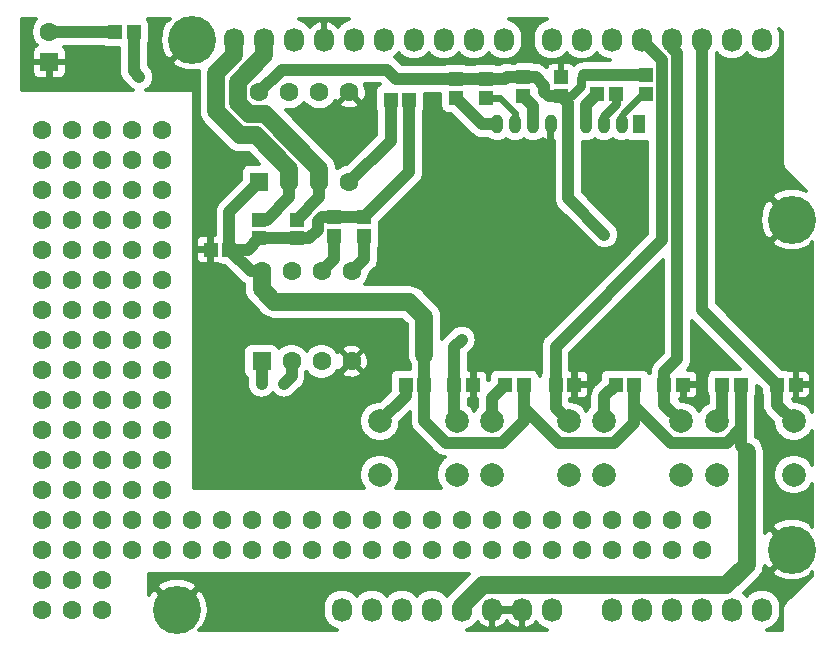
<source format=gtl>
G04 #@! TF.GenerationSoftware,KiCad,Pcbnew,(5.1.12)-1*
G04 #@! TF.CreationDate,2021-12-01T17:13:29+09:00*
G04 #@! TF.ProjectId,kicad_arduino_LCD,6b696361-645f-4617-9264-75696e6f5f4c,rev?*
G04 #@! TF.SameCoordinates,PX7339f30PY4576b0c*
G04 #@! TF.FileFunction,Copper,L1,Top*
G04 #@! TF.FilePolarity,Positive*
%FSLAX45Y45*%
G04 Gerber Fmt 4.5, Leading zero omitted, Abs format (unit mm)*
G04 Created by KiCad (PCBNEW (5.1.12)-1) date 2021-12-01 17:13:29*
%MOMM*%
%LPD*%
G01*
G04 APERTURE LIST*
G04 #@! TA.AperFunction,ComponentPad*
%ADD10O,1.000000X1.600000*%
G04 #@! TD*
G04 #@! TA.AperFunction,ComponentPad*
%ADD11R,1.000000X1.600000*%
G04 #@! TD*
G04 #@! TA.AperFunction,ComponentPad*
%ADD12C,1.600000*%
G04 #@! TD*
G04 #@! TA.AperFunction,SMDPad,CuDef*
%ADD13R,1.200000X1.200000*%
G04 #@! TD*
G04 #@! TA.AperFunction,ComponentPad*
%ADD14C,2.000000*%
G04 #@! TD*
G04 #@! TA.AperFunction,ComponentPad*
%ADD15O,1.727200X2.032000*%
G04 #@! TD*
G04 #@! TA.AperFunction,ComponentPad*
%ADD16C,4.064000*%
G04 #@! TD*
G04 #@! TA.AperFunction,ComponentPad*
%ADD17R,1.600000X1.600000*%
G04 #@! TD*
G04 #@! TA.AperFunction,ComponentPad*
%ADD18C,1.000000*%
G04 #@! TD*
G04 #@! TA.AperFunction,ViaPad*
%ADD19C,0.600000*%
G04 #@! TD*
G04 #@! TA.AperFunction,Conductor*
%ADD20C,0.600000*%
G04 #@! TD*
G04 #@! TA.AperFunction,Conductor*
%ADD21C,1.000000*%
G04 #@! TD*
G04 #@! TA.AperFunction,Conductor*
%ADD22C,1.500000*%
G04 #@! TD*
G04 #@! TA.AperFunction,Conductor*
%ADD23C,0.800000*%
G04 #@! TD*
G04 #@! TA.AperFunction,Conductor*
%ADD24C,0.300000*%
G04 #@! TD*
G04 #@! TA.AperFunction,Conductor*
%ADD25C,0.100000*%
G04 #@! TD*
G04 APERTURE END LIST*
D10*
X4111000Y-969000D03*
X4261000Y-969000D03*
X4411000Y-969000D03*
X4561000Y-969000D03*
X4711000Y-969000D03*
X4861000Y-969000D03*
X5011000Y-969000D03*
X5161000Y-969000D03*
D11*
X5311000Y-969000D03*
D12*
X762000Y-4826000D03*
X762000Y-5080000D03*
X508000Y-4826000D03*
X508000Y-5080000D03*
X254000Y-4826000D03*
X254000Y-5080000D03*
X5842000Y-4318000D03*
X5842000Y-4572000D03*
X5588000Y-4318000D03*
X5334000Y-4572000D03*
X5588000Y-4572000D03*
X5334000Y-4318000D03*
X4826000Y-4572000D03*
X4064000Y-4572000D03*
X5080000Y-4572000D03*
X4318000Y-4572000D03*
X4572000Y-4572000D03*
X4826000Y-4318000D03*
X4064000Y-4318000D03*
X5080000Y-4318000D03*
X4318000Y-4318000D03*
X4572000Y-4318000D03*
X3556000Y-4572000D03*
X2794000Y-4572000D03*
X3810000Y-4572000D03*
X3048000Y-4572000D03*
X3302000Y-4572000D03*
X3556000Y-4318000D03*
X2794000Y-4318000D03*
X3810000Y-4318000D03*
X3048000Y-4318000D03*
X3302000Y-4318000D03*
X2286000Y-4572000D03*
X1524000Y-4572000D03*
X2540000Y-4572000D03*
X1778000Y-4572000D03*
X2032000Y-4572000D03*
X2286000Y-4318000D03*
X1524000Y-4318000D03*
X2540000Y-4318000D03*
X1778000Y-4318000D03*
X2032000Y-4318000D03*
X1016000Y-4572000D03*
X254000Y-4572000D03*
X1270000Y-4572000D03*
X508000Y-4572000D03*
X762000Y-4572000D03*
X1016000Y-4318000D03*
X254000Y-4318000D03*
X1270000Y-4318000D03*
X508000Y-4318000D03*
X762000Y-4318000D03*
X1016000Y-4064000D03*
X254000Y-4064000D03*
X1270000Y-4064000D03*
X508000Y-4064000D03*
X762000Y-4064000D03*
X1016000Y-3810000D03*
X254000Y-3810000D03*
X1270000Y-3810000D03*
X508000Y-3810000D03*
X762000Y-3810000D03*
X1016000Y-3556000D03*
X254000Y-3556000D03*
X1270000Y-3556000D03*
X508000Y-3556000D03*
X762000Y-3556000D03*
X1016000Y-3302000D03*
X254000Y-3302000D03*
X1270000Y-3302000D03*
X508000Y-3302000D03*
X762000Y-3302000D03*
X1016000Y-3048000D03*
X254000Y-3048000D03*
X1270000Y-3048000D03*
X508000Y-3048000D03*
X762000Y-3048000D03*
X1016000Y-2794000D03*
X254000Y-2794000D03*
X1270000Y-2794000D03*
X508000Y-2794000D03*
X762000Y-2794000D03*
X1016000Y-2540000D03*
X254000Y-2540000D03*
X1270000Y-2540000D03*
X508000Y-2540000D03*
X762000Y-2540000D03*
X1016000Y-2286000D03*
X254000Y-2286000D03*
X1270000Y-2286000D03*
X508000Y-2286000D03*
X762000Y-2286000D03*
X1016000Y-2032000D03*
X254000Y-2032000D03*
X1270000Y-2032000D03*
X508000Y-2032000D03*
X762000Y-2032000D03*
X1016000Y-1778000D03*
X254000Y-1778000D03*
X1270000Y-1778000D03*
X508000Y-1778000D03*
X762000Y-1778000D03*
X1016000Y-1524000D03*
X254000Y-1524000D03*
X1270000Y-1524000D03*
X508000Y-1524000D03*
X762000Y-1524000D03*
X1016000Y-1270000D03*
X254000Y-1270000D03*
X1270000Y-1270000D03*
X508000Y-1270000D03*
X762000Y-1270000D03*
X1270000Y-1016000D03*
X1016000Y-1016000D03*
X762000Y-1016000D03*
X508000Y-1016000D03*
X254000Y-1016000D03*
D13*
X2095500Y-1778000D03*
X2095500Y-1938000D03*
X2413000Y-1938000D03*
X2413000Y-1778000D03*
D14*
X5969000Y-3487000D03*
X6619000Y-3487000D03*
X5969000Y-3937000D03*
X6619000Y-3937000D03*
D15*
X6350000Y-254000D03*
X6096000Y-254000D03*
X5842000Y-254000D03*
X5588000Y-254000D03*
X5334000Y-254000D03*
X5080000Y-254000D03*
X4826000Y-254000D03*
X4572000Y-254000D03*
D16*
X6604000Y-1778000D03*
X1524000Y-254000D03*
X6604000Y-4572000D03*
D15*
X4165600Y-254000D03*
X3911600Y-254000D03*
X3657600Y-254000D03*
X3403600Y-254000D03*
X3149600Y-254000D03*
X2895600Y-254000D03*
X2641600Y-254000D03*
X2387600Y-254000D03*
X2133600Y-254000D03*
X1879600Y-254000D03*
D16*
X1397000Y-5080000D03*
D15*
X6350000Y-5080000D03*
X6096000Y-5080000D03*
X5842000Y-5080000D03*
X5588000Y-5080000D03*
X5334000Y-5080000D03*
X5080000Y-5080000D03*
X4572000Y-5080000D03*
X4318000Y-5080000D03*
X4064000Y-5080000D03*
X3810000Y-5080000D03*
X3556000Y-5080000D03*
X3302000Y-5080000D03*
X3048000Y-5080000D03*
X2794000Y-5080000D03*
D17*
X317500Y-444500D03*
D12*
X317500Y-190500D03*
D13*
X1681500Y-2032000D03*
X1841500Y-2032000D03*
X5111000Y-715000D03*
X4951000Y-715000D03*
X4647500Y-731500D03*
X4647500Y-571500D03*
X5365000Y-555000D03*
X5365000Y-715000D03*
X2984500Y-1918000D03*
X2984500Y-1758000D03*
X2730500Y-1758000D03*
X2730500Y-1918000D03*
X4330000Y-731500D03*
X4330000Y-571500D03*
X4012500Y-748000D03*
X4012500Y-588000D03*
X3758500Y-588000D03*
X3758500Y-748000D03*
D14*
X5664600Y-3937000D03*
X5014600Y-3937000D03*
X5664600Y-3487000D03*
X5014600Y-3487000D03*
X4064600Y-3487000D03*
X4714600Y-3487000D03*
X4064600Y-3937000D03*
X4714600Y-3937000D03*
X3764600Y-3937000D03*
X3114600Y-3937000D03*
X3764600Y-3487000D03*
X3114600Y-3487000D03*
D18*
X2114000Y-3169000D03*
X2304000Y-3169000D03*
D17*
X2114000Y-2978500D03*
D12*
X2876000Y-2216500D03*
X2368000Y-2978500D03*
X2622000Y-2216500D03*
X2622000Y-2978500D03*
X2368000Y-2216500D03*
X2876000Y-2978500D03*
X2114000Y-2216500D03*
D13*
X872500Y-190500D03*
X1032500Y-190500D03*
X6176000Y-3175000D03*
X6016000Y-3175000D03*
X5110500Y-3175000D03*
X5270500Y-3175000D03*
X4334500Y-3175000D03*
X4174500Y-3175000D03*
X3332500Y-3175000D03*
X3492500Y-3175000D03*
X6477000Y-3175000D03*
X6637000Y-3175000D03*
X5684500Y-3175000D03*
X5524500Y-3175000D03*
X4602500Y-3175000D03*
X4762500Y-3175000D03*
X3906500Y-3175000D03*
X3746500Y-3175000D03*
X3365500Y-762000D03*
X3205500Y-762000D03*
D17*
X2095500Y-1460500D03*
D12*
X2857500Y-698500D03*
X2349500Y-1460500D03*
X2603500Y-698500D03*
X2603500Y-1460500D03*
X2349500Y-698500D03*
X2857500Y-1460500D03*
X2095500Y-698500D03*
D19*
X4254500Y-444500D03*
X3556000Y-1778000D03*
X4064000Y-1778000D03*
X4064000Y-2286000D03*
X4572000Y-2286000D03*
X6604000Y-2286000D03*
X6604000Y-2794000D03*
X6096000Y-762000D03*
X3556000Y-1270000D03*
X4064000Y-1270000D03*
X4572000Y-1270000D03*
X4572000Y-1778000D03*
X5080000Y-1270000D03*
X6096000Y-1778000D03*
X6096000Y-2286000D03*
X6096000Y-1270000D03*
X1778000Y-3302000D03*
X1778000Y-3810000D03*
X5842000Y-3048000D03*
X5207000Y-2794000D03*
X2032000Y-5080000D03*
X2286000Y-5080000D03*
X889000Y-571500D03*
X698500Y-571500D03*
X1778000Y-2794000D03*
X1778000Y-2286000D03*
X1778000Y-1270000D03*
X2794000Y-3810000D03*
X2794000Y-3302000D03*
X3556000Y-2286000D03*
X2984500Y-2095500D03*
X5016500Y-1905000D03*
X1079500Y-571500D03*
X3810000Y-2794000D03*
D20*
X4064000Y-5080000D02*
X4318000Y-5080000D01*
D21*
X4334500Y-3483500D02*
X4334500Y-3175000D01*
X4151000Y-3667000D02*
X4334500Y-3483500D01*
X3678200Y-3667000D02*
X4151000Y-3667000D01*
X3492500Y-3481300D02*
X3678200Y-3667000D01*
X3492500Y-3175000D02*
X3492500Y-3481300D01*
X5270500Y-3497500D02*
X5270500Y-3175000D01*
X4628200Y-3667000D02*
X5101000Y-3667000D01*
X4334500Y-3373300D02*
X4628200Y-3667000D01*
X5101000Y-3667000D02*
X5270500Y-3497500D01*
X4334500Y-3175000D02*
X4334500Y-3373300D01*
X6176000Y-3546400D02*
X6176000Y-3175000D01*
X5270500Y-3359300D02*
X5578200Y-3667000D01*
X6055400Y-3667000D02*
X6176000Y-3546400D01*
X5578200Y-3667000D02*
X6055400Y-3667000D01*
X5270500Y-3175000D02*
X5270500Y-3359300D01*
D22*
X3810000Y-5048135D02*
X3810000Y-5080000D01*
X3984736Y-4873399D02*
X3810000Y-5048135D01*
X6048601Y-4873399D02*
X3984736Y-4873399D01*
X6223000Y-4699000D02*
X6048601Y-4873399D01*
X6223000Y-3746500D02*
X6223000Y-4699000D01*
D21*
X6176000Y-3699500D02*
X6223000Y-3746500D01*
X6176000Y-3175000D02*
X6176000Y-3699500D01*
D22*
X3429000Y-2540000D02*
X3492500Y-2603500D01*
X3365500Y-2476500D02*
X3429000Y-2540000D01*
X2222500Y-2476500D02*
X3365500Y-2476500D01*
X2114000Y-2368000D02*
X2222500Y-2476500D01*
X2114000Y-2216500D02*
X2114000Y-2368000D01*
D21*
X2026000Y-2216500D02*
X1841500Y-2032000D01*
X2114000Y-2216500D02*
X2026000Y-2216500D01*
X1841500Y-1714500D02*
X2095500Y-1460500D01*
X1841500Y-2032000D02*
X1841500Y-1714500D01*
X2001500Y-2032000D02*
X2095500Y-1938000D01*
X1841500Y-2032000D02*
X2001500Y-2032000D01*
X2095500Y-1938000D02*
X2413000Y-1938000D01*
X2984500Y-1758000D02*
X2730500Y-1758000D01*
X2626500Y-1758000D02*
X2730500Y-1758000D01*
X2590500Y-1864500D02*
X2590500Y-1794000D01*
X2590500Y-1794000D02*
X2626500Y-1758000D01*
X2517000Y-1938000D02*
X2590500Y-1864500D01*
X2413000Y-1938000D02*
X2517000Y-1938000D01*
X3492500Y-3175000D02*
X3492500Y-2603500D01*
D22*
X3492500Y-2603500D02*
X3492500Y-2921000D01*
D21*
X3365500Y-1377000D02*
X2984500Y-1758000D01*
X3365500Y-762000D02*
X3365500Y-1377000D01*
D23*
X5011000Y-901000D02*
X5011000Y-969000D01*
X5111000Y-801000D02*
X5011000Y-901000D01*
X5111000Y-715000D02*
X5111000Y-801000D01*
D21*
X4861000Y-805000D02*
X4861000Y-969000D01*
X4951000Y-715000D02*
X4861000Y-805000D01*
D20*
X5161000Y-892423D02*
X5161000Y-969000D01*
X5338423Y-715000D02*
X5161000Y-892423D01*
X5365000Y-715000D02*
X5338423Y-715000D01*
D21*
X317500Y-190500D02*
X872500Y-190500D01*
D22*
X2065078Y-1063501D02*
X2349500Y-1347923D01*
X1932141Y-1063501D02*
X2065078Y-1063501D01*
X1730499Y-861859D02*
X1932141Y-1063501D01*
X1730499Y-535141D02*
X1730499Y-861859D01*
X1879600Y-386040D02*
X1730499Y-535141D01*
X2349500Y-1347923D02*
X2349500Y-1460500D01*
X1879600Y-254000D02*
X1879600Y-386040D01*
D21*
X2730500Y-2108000D02*
X2622000Y-2216500D01*
X2730500Y-1918000D02*
X2730500Y-2108000D01*
X2159000Y-1778000D02*
X2095500Y-1778000D01*
X2349500Y-1587500D02*
X2159000Y-1778000D01*
X2349500Y-1460500D02*
X2349500Y-1587500D01*
D22*
X1910500Y-787300D02*
X2006700Y-883500D01*
X2139637Y-883500D02*
X2603500Y-1347363D01*
X1910500Y-609700D02*
X1910500Y-787300D01*
X2603500Y-1347363D02*
X2603500Y-1460500D01*
X2006700Y-883500D02*
X2139637Y-883500D01*
X2133600Y-254000D02*
X2133600Y-386600D01*
X2133600Y-386600D02*
X1910500Y-609700D01*
D21*
X2603500Y-1587500D02*
X2413000Y-1778000D01*
X2603500Y-1460500D02*
X2603500Y-1587500D01*
X2984500Y-2108000D02*
X2876000Y-2216500D01*
X2984500Y-1918000D02*
X2984500Y-2095500D01*
X2984500Y-2095500D02*
X2984500Y-2108000D01*
X2984500Y-2095500D02*
X2984500Y-2095500D01*
X3979500Y-969000D02*
X3758500Y-748000D01*
X4111000Y-969000D02*
X3979500Y-969000D01*
X4711000Y-795000D02*
X4647500Y-731500D01*
X4711000Y-969000D02*
X4711000Y-795000D01*
X4847000Y-555000D02*
X4865000Y-555000D01*
X5365000Y-555000D02*
X4847000Y-555000D01*
D23*
X4821000Y-644000D02*
X4821000Y-581000D01*
X4821000Y-581000D02*
X4847000Y-555000D01*
X4733500Y-731500D02*
X4821000Y-644000D01*
X4647500Y-731500D02*
X4733500Y-731500D01*
D21*
X3758500Y-588000D02*
X4012500Y-588000D01*
X2286000Y-508000D02*
X2095500Y-698500D01*
X3255000Y-588000D02*
X3175000Y-508000D01*
X3175000Y-508000D02*
X2286000Y-508000D01*
X3758500Y-588000D02*
X3255000Y-588000D01*
X4174500Y-588000D02*
X4191000Y-571500D01*
X4012500Y-588000D02*
X4174500Y-588000D01*
X4543500Y-731500D02*
X4647500Y-731500D01*
X4507500Y-695500D02*
X4543500Y-731500D01*
X4507500Y-645000D02*
X4507500Y-695500D01*
X4434000Y-571500D02*
X4507500Y-645000D01*
X4330000Y-571500D02*
X4434000Y-571500D01*
X4711000Y-1599500D02*
X5016500Y-1905000D01*
X4711000Y-969000D02*
X4711000Y-1599500D01*
X4191000Y-571500D02*
X4330000Y-571500D01*
X1032500Y-524500D02*
X1079500Y-571500D01*
X1032500Y-190500D02*
X1032500Y-524500D01*
X6477000Y-3345000D02*
X6619000Y-3487000D01*
X6477000Y-3175000D02*
X6477000Y-3345000D01*
X5842000Y-2540000D02*
X5842000Y-254000D01*
X6477000Y-3175000D02*
X5842000Y-2540000D01*
X5524500Y-3346900D02*
X5524500Y-3175000D01*
X5664600Y-3487000D02*
X5524500Y-3346900D01*
X5524500Y-3071000D02*
X5524500Y-3175000D01*
X5635001Y-2960499D02*
X5524500Y-3071000D01*
X5635001Y-371152D02*
X5635001Y-2960499D01*
X5588000Y-324151D02*
X5635001Y-371152D01*
X5588000Y-254000D02*
X5588000Y-324151D01*
X4602500Y-3374900D02*
X4602500Y-3175000D01*
X4714600Y-3487000D02*
X4602500Y-3374900D01*
X4602500Y-2854700D02*
X4602500Y-3175000D01*
X5505000Y-1952200D02*
X4602500Y-2854700D01*
X5505000Y-425000D02*
X5505000Y-1952200D01*
X5334000Y-254000D02*
X5505000Y-425000D01*
X3746500Y-2857500D02*
X3746500Y-3175000D01*
X3810000Y-2794000D02*
X3746500Y-2857500D01*
X3746500Y-3468900D02*
X3764600Y-3487000D01*
X3746500Y-3175000D02*
X3746500Y-3468900D01*
X2114000Y-2978500D02*
X2114000Y-3169000D01*
X2368000Y-3105000D02*
X2304000Y-3169000D01*
X2368000Y-2978500D02*
X2368000Y-3105000D01*
D20*
X4261000Y-876500D02*
X4261000Y-969000D01*
X4132500Y-748000D02*
X4261000Y-876500D01*
X4012500Y-748000D02*
X4132500Y-748000D01*
D21*
X4411000Y-812500D02*
X4330000Y-731500D01*
X4411000Y-969000D02*
X4411000Y-812500D01*
X6016000Y-3440000D02*
X5969000Y-3487000D01*
X6016000Y-3175000D02*
X6016000Y-3440000D01*
X5014600Y-3270900D02*
X5110500Y-3175000D01*
X5014600Y-3487000D02*
X5014600Y-3270900D01*
X4064600Y-3284900D02*
X4174500Y-3175000D01*
X4064600Y-3487000D02*
X4064600Y-3284900D01*
X3332500Y-3269100D02*
X3114600Y-3487000D01*
X3332500Y-3175000D02*
X3332500Y-3269100D01*
X3205500Y-1112500D02*
X2857500Y-1460500D01*
X3205500Y-762000D02*
X3205500Y-1112500D01*
D24*
X4074400Y-5069600D02*
X4307600Y-5069600D01*
X4307600Y-5067600D01*
X4328400Y-5067600D01*
X4328400Y-5069600D01*
X4330400Y-5069600D01*
X4330400Y-5090400D01*
X4328400Y-5090400D01*
X4328400Y-5230551D01*
X4352019Y-5243548D01*
X4358266Y-5242227D01*
X4386168Y-5231547D01*
X4411450Y-5215629D01*
X4433141Y-5195084D01*
X4438726Y-5187198D01*
X4457349Y-5209891D01*
X4481920Y-5230055D01*
X4509952Y-5245039D01*
X4531252Y-5251500D01*
X3850748Y-5251500D01*
X3872049Y-5245039D01*
X3900080Y-5230055D01*
X3924651Y-5209891D01*
X3943274Y-5187198D01*
X3948859Y-5195084D01*
X3970550Y-5215629D01*
X3995832Y-5231547D01*
X4023734Y-5242227D01*
X4029981Y-5243548D01*
X4053600Y-5230551D01*
X4053600Y-5090400D01*
X4074400Y-5090400D01*
X4074400Y-5230551D01*
X4098019Y-5243548D01*
X4104266Y-5242227D01*
X4132168Y-5231547D01*
X4157450Y-5215629D01*
X4179141Y-5195084D01*
X4191000Y-5178339D01*
X4202859Y-5195084D01*
X4224550Y-5215629D01*
X4249832Y-5231547D01*
X4277734Y-5242227D01*
X4283981Y-5243548D01*
X4307600Y-5230551D01*
X4307600Y-5090400D01*
X4074400Y-5090400D01*
X4053600Y-5090400D01*
X4051600Y-5090400D01*
X4051600Y-5069600D01*
X4053600Y-5069600D01*
X4053600Y-5067600D01*
X4074400Y-5067600D01*
X4074400Y-5069600D01*
G04 #@! TA.AperFunction,Conductor*
D25*
G36*
X4074400Y-5069600D02*
G01*
X4307600Y-5069600D01*
X4307600Y-5067600D01*
X4328400Y-5067600D01*
X4328400Y-5069600D01*
X4330400Y-5069600D01*
X4330400Y-5090400D01*
X4328400Y-5090400D01*
X4328400Y-5230551D01*
X4352019Y-5243548D01*
X4358266Y-5242227D01*
X4386168Y-5231547D01*
X4411450Y-5215629D01*
X4433141Y-5195084D01*
X4438726Y-5187198D01*
X4457349Y-5209891D01*
X4481920Y-5230055D01*
X4509952Y-5245039D01*
X4531252Y-5251500D01*
X3850748Y-5251500D01*
X3872049Y-5245039D01*
X3900080Y-5230055D01*
X3924651Y-5209891D01*
X3943274Y-5187198D01*
X3948859Y-5195084D01*
X3970550Y-5215629D01*
X3995832Y-5231547D01*
X4023734Y-5242227D01*
X4029981Y-5243548D01*
X4053600Y-5230551D01*
X4053600Y-5090400D01*
X4074400Y-5090400D01*
X4074400Y-5230551D01*
X4098019Y-5243548D01*
X4104266Y-5242227D01*
X4132168Y-5231547D01*
X4157450Y-5215629D01*
X4179141Y-5195084D01*
X4191000Y-5178339D01*
X4202859Y-5195084D01*
X4224550Y-5215629D01*
X4249832Y-5231547D01*
X4277734Y-5242227D01*
X4283981Y-5243548D01*
X4307600Y-5230551D01*
X4307600Y-5090400D01*
X4074400Y-5090400D01*
X4053600Y-5090400D01*
X4051600Y-5090400D01*
X4051600Y-5069600D01*
X4053600Y-5069600D01*
X4053600Y-5067600D01*
X4074400Y-5067600D01*
X4074400Y-5069600D01*
G37*
G04 #@! TD.AperFunction*
D24*
X3709145Y-4936858D02*
X3703421Y-4941556D01*
X3698571Y-4947465D01*
X3695349Y-4950109D01*
X3683000Y-4965157D01*
X3670651Y-4950109D01*
X3646080Y-4929945D01*
X3618048Y-4914962D01*
X3587632Y-4905735D01*
X3556000Y-4902619D01*
X3524368Y-4905735D01*
X3493951Y-4914962D01*
X3465919Y-4929945D01*
X3441349Y-4950109D01*
X3429000Y-4965157D01*
X3416651Y-4950109D01*
X3392080Y-4929945D01*
X3364048Y-4914962D01*
X3333632Y-4905735D01*
X3302000Y-4902619D01*
X3270368Y-4905735D01*
X3239951Y-4914962D01*
X3211919Y-4929945D01*
X3187349Y-4950109D01*
X3175000Y-4965157D01*
X3162651Y-4950109D01*
X3138080Y-4929945D01*
X3110048Y-4914962D01*
X3079632Y-4905735D01*
X3048000Y-4902619D01*
X3016368Y-4905735D01*
X2985951Y-4914962D01*
X2957919Y-4929945D01*
X2933349Y-4950109D01*
X2921000Y-4965157D01*
X2908651Y-4950109D01*
X2884080Y-4929945D01*
X2856048Y-4914962D01*
X2825632Y-4905735D01*
X2794000Y-4902619D01*
X2762368Y-4905735D01*
X2731951Y-4914962D01*
X2703920Y-4929945D01*
X2679349Y-4950109D01*
X2659185Y-4974680D01*
X2644202Y-5002712D01*
X2634975Y-5033128D01*
X2632640Y-5056834D01*
X2632640Y-5103167D01*
X2634975Y-5126872D01*
X2644202Y-5157289D01*
X2659185Y-5185321D01*
X2679349Y-5209891D01*
X2703920Y-5230055D01*
X2731952Y-5245039D01*
X2753252Y-5251500D01*
X1584572Y-5251500D01*
X1621630Y-5230348D01*
X1646645Y-5183636D01*
X1662066Y-5132941D01*
X1667301Y-5080212D01*
X1662149Y-5027475D01*
X1646807Y-4976756D01*
X1621865Y-4930005D01*
X1621630Y-4929652D01*
X1583703Y-4908004D01*
X1411708Y-5080000D01*
X1413122Y-5081414D01*
X1398414Y-5096122D01*
X1397000Y-5094708D01*
X1395586Y-5096122D01*
X1380878Y-5081414D01*
X1382292Y-5080000D01*
X1210297Y-4908004D01*
X1172370Y-4929652D01*
X1158000Y-4956486D01*
X1158000Y-4893297D01*
X1225004Y-4893297D01*
X1397000Y-5065292D01*
X1568996Y-4893297D01*
X1547348Y-4855370D01*
X1500636Y-4830355D01*
X1449941Y-4814934D01*
X1397212Y-4809699D01*
X1344475Y-4814851D01*
X1293756Y-4830193D01*
X1247005Y-4855135D01*
X1246652Y-4855370D01*
X1225004Y-4893297D01*
X1158000Y-4893297D01*
X1158000Y-4777500D01*
X3868503Y-4777500D01*
X3709145Y-4936858D01*
G04 #@! TA.AperFunction,Conductor*
D25*
G36*
X3709145Y-4936858D02*
G01*
X3703421Y-4941556D01*
X3698571Y-4947465D01*
X3695349Y-4950109D01*
X3683000Y-4965157D01*
X3670651Y-4950109D01*
X3646080Y-4929945D01*
X3618048Y-4914962D01*
X3587632Y-4905735D01*
X3556000Y-4902619D01*
X3524368Y-4905735D01*
X3493951Y-4914962D01*
X3465919Y-4929945D01*
X3441349Y-4950109D01*
X3429000Y-4965157D01*
X3416651Y-4950109D01*
X3392080Y-4929945D01*
X3364048Y-4914962D01*
X3333632Y-4905735D01*
X3302000Y-4902619D01*
X3270368Y-4905735D01*
X3239951Y-4914962D01*
X3211919Y-4929945D01*
X3187349Y-4950109D01*
X3175000Y-4965157D01*
X3162651Y-4950109D01*
X3138080Y-4929945D01*
X3110048Y-4914962D01*
X3079632Y-4905735D01*
X3048000Y-4902619D01*
X3016368Y-4905735D01*
X2985951Y-4914962D01*
X2957919Y-4929945D01*
X2933349Y-4950109D01*
X2921000Y-4965157D01*
X2908651Y-4950109D01*
X2884080Y-4929945D01*
X2856048Y-4914962D01*
X2825632Y-4905735D01*
X2794000Y-4902619D01*
X2762368Y-4905735D01*
X2731951Y-4914962D01*
X2703920Y-4929945D01*
X2679349Y-4950109D01*
X2659185Y-4974680D01*
X2644202Y-5002712D01*
X2634975Y-5033128D01*
X2632640Y-5056834D01*
X2632640Y-5103167D01*
X2634975Y-5126872D01*
X2644202Y-5157289D01*
X2659185Y-5185321D01*
X2679349Y-5209891D01*
X2703920Y-5230055D01*
X2731952Y-5245039D01*
X2753252Y-5251500D01*
X1584572Y-5251500D01*
X1621630Y-5230348D01*
X1646645Y-5183636D01*
X1662066Y-5132941D01*
X1667301Y-5080212D01*
X1662149Y-5027475D01*
X1646807Y-4976756D01*
X1621865Y-4930005D01*
X1621630Y-4929652D01*
X1583703Y-4908004D01*
X1411708Y-5080000D01*
X1413122Y-5081414D01*
X1398414Y-5096122D01*
X1397000Y-5094708D01*
X1395586Y-5096122D01*
X1380878Y-5081414D01*
X1382292Y-5080000D01*
X1210297Y-4908004D01*
X1172370Y-4929652D01*
X1158000Y-4956486D01*
X1158000Y-4893297D01*
X1225004Y-4893297D01*
X1397000Y-5065292D01*
X1568996Y-4893297D01*
X1547348Y-4855370D01*
X1500636Y-4830355D01*
X1449941Y-4814934D01*
X1397212Y-4809699D01*
X1344475Y-4814851D01*
X1293756Y-4830193D01*
X1247005Y-4855135D01*
X1246652Y-4855370D01*
X1225004Y-4893297D01*
X1158000Y-4893297D01*
X1158000Y-4777500D01*
X3868503Y-4777500D01*
X3709145Y-4936858D01*
G37*
G04 #@! TD.AperFunction*
D24*
X6341637Y-3216414D02*
X6341637Y-3235000D01*
X6343085Y-3249703D01*
X6347374Y-3263840D01*
X6352000Y-3272495D01*
X6352000Y-3338860D01*
X6351395Y-3345000D01*
X6352000Y-3351140D01*
X6352000Y-3351140D01*
X6352198Y-3353146D01*
X6353809Y-3369504D01*
X6360956Y-3393067D01*
X6365167Y-3400944D01*
X6372563Y-3414782D01*
X6388184Y-3433816D01*
X6392954Y-3437730D01*
X6444000Y-3488777D01*
X6444000Y-3504236D01*
X6450725Y-3538046D01*
X6463917Y-3569894D01*
X6483069Y-3598556D01*
X6507444Y-3622931D01*
X6536106Y-3642083D01*
X6567954Y-3655275D01*
X6601764Y-3662000D01*
X6636236Y-3662000D01*
X6670046Y-3655275D01*
X6701894Y-3642083D01*
X6730556Y-3622931D01*
X6754931Y-3598556D01*
X6774083Y-3569894D01*
X6775500Y-3566473D01*
X6775500Y-3857527D01*
X6774083Y-3854106D01*
X6754931Y-3825444D01*
X6730556Y-3801069D01*
X6701894Y-3781917D01*
X6670046Y-3768725D01*
X6636236Y-3762000D01*
X6601764Y-3762000D01*
X6567954Y-3768725D01*
X6536106Y-3781917D01*
X6507444Y-3801069D01*
X6483069Y-3825444D01*
X6463917Y-3854106D01*
X6450725Y-3885954D01*
X6444000Y-3919764D01*
X6444000Y-3954236D01*
X6450725Y-3988046D01*
X6463917Y-4019894D01*
X6483069Y-4048556D01*
X6507444Y-4072931D01*
X6536106Y-4092083D01*
X6567954Y-4105275D01*
X6601764Y-4112000D01*
X6636236Y-4112000D01*
X6670046Y-4105275D01*
X6701894Y-4092083D01*
X6730556Y-4072931D01*
X6754931Y-4048556D01*
X6774083Y-4019894D01*
X6775500Y-4016473D01*
X6775500Y-4384428D01*
X6754348Y-4347370D01*
X6707636Y-4322355D01*
X6656941Y-4306934D01*
X6604212Y-4301699D01*
X6551475Y-4306851D01*
X6500756Y-4322193D01*
X6454005Y-4347135D01*
X6453652Y-4347370D01*
X6432004Y-4385297D01*
X6604000Y-4557292D01*
X6605414Y-4555878D01*
X6620122Y-4570586D01*
X6618708Y-4572000D01*
X6620122Y-4573414D01*
X6605414Y-4588122D01*
X6604000Y-4586708D01*
X6432004Y-4758703D01*
X6453652Y-4796630D01*
X6500364Y-4821645D01*
X6551059Y-4837066D01*
X6603788Y-4842302D01*
X6656525Y-4837149D01*
X6707244Y-4821807D01*
X6753995Y-4796865D01*
X6754348Y-4796630D01*
X6775500Y-4759572D01*
X6775500Y-4791827D01*
X6548529Y-5018798D01*
X6545382Y-5021382D01*
X6535072Y-5033944D01*
X6531425Y-5040767D01*
X6527411Y-5048276D01*
X6522694Y-5063827D01*
X6521101Y-5080000D01*
X6521500Y-5084052D01*
X6521500Y-5251500D01*
X6390748Y-5251500D01*
X6412049Y-5245039D01*
X6440080Y-5230055D01*
X6464651Y-5209891D01*
X6484815Y-5185321D01*
X6499798Y-5157289D01*
X6509025Y-5126872D01*
X6511360Y-5103167D01*
X6511360Y-5056833D01*
X6509025Y-5033128D01*
X6499798Y-5002711D01*
X6484815Y-4974680D01*
X6464651Y-4950109D01*
X6440080Y-4929945D01*
X6412048Y-4914962D01*
X6381632Y-4905735D01*
X6350000Y-4902619D01*
X6318368Y-4905735D01*
X6287951Y-4914962D01*
X6259919Y-4929945D01*
X6235349Y-4950109D01*
X6223000Y-4965157D01*
X6210651Y-4950109D01*
X6196025Y-4938107D01*
X6323855Y-4810277D01*
X6329579Y-4805579D01*
X6348324Y-4782739D01*
X6351146Y-4777458D01*
X6353647Y-4777212D01*
X6356461Y-4776358D01*
X6359055Y-4774972D01*
X6361328Y-4773107D01*
X6363193Y-4770834D01*
X6364579Y-4768240D01*
X6365433Y-4765426D01*
X6365721Y-4762500D01*
X6365721Y-4745246D01*
X6370829Y-4728405D01*
X6372657Y-4709853D01*
X6379135Y-4721995D01*
X6379370Y-4722348D01*
X6417297Y-4743996D01*
X6589292Y-4572000D01*
X6417297Y-4400004D01*
X6379370Y-4421652D01*
X6373000Y-4433548D01*
X6373000Y-3739132D01*
X6370829Y-3717095D01*
X6362252Y-3688820D01*
X6348324Y-3662761D01*
X6329579Y-3639921D01*
X6306739Y-3621176D01*
X6301000Y-3618109D01*
X6301000Y-3552540D01*
X6301605Y-3546400D01*
X6301000Y-3540260D01*
X6301000Y-3272495D01*
X6305626Y-3263840D01*
X6309915Y-3249703D01*
X6311363Y-3235000D01*
X6311363Y-3186139D01*
X6341637Y-3216414D01*
G04 #@! TA.AperFunction,Conductor*
D25*
G36*
X6341637Y-3216414D02*
G01*
X6341637Y-3235000D01*
X6343085Y-3249703D01*
X6347374Y-3263840D01*
X6352000Y-3272495D01*
X6352000Y-3338860D01*
X6351395Y-3345000D01*
X6352000Y-3351140D01*
X6352000Y-3351140D01*
X6352198Y-3353146D01*
X6353809Y-3369504D01*
X6360956Y-3393067D01*
X6365167Y-3400944D01*
X6372563Y-3414782D01*
X6388184Y-3433816D01*
X6392954Y-3437730D01*
X6444000Y-3488777D01*
X6444000Y-3504236D01*
X6450725Y-3538046D01*
X6463917Y-3569894D01*
X6483069Y-3598556D01*
X6507444Y-3622931D01*
X6536106Y-3642083D01*
X6567954Y-3655275D01*
X6601764Y-3662000D01*
X6636236Y-3662000D01*
X6670046Y-3655275D01*
X6701894Y-3642083D01*
X6730556Y-3622931D01*
X6754931Y-3598556D01*
X6774083Y-3569894D01*
X6775500Y-3566473D01*
X6775500Y-3857527D01*
X6774083Y-3854106D01*
X6754931Y-3825444D01*
X6730556Y-3801069D01*
X6701894Y-3781917D01*
X6670046Y-3768725D01*
X6636236Y-3762000D01*
X6601764Y-3762000D01*
X6567954Y-3768725D01*
X6536106Y-3781917D01*
X6507444Y-3801069D01*
X6483069Y-3825444D01*
X6463917Y-3854106D01*
X6450725Y-3885954D01*
X6444000Y-3919764D01*
X6444000Y-3954236D01*
X6450725Y-3988046D01*
X6463917Y-4019894D01*
X6483069Y-4048556D01*
X6507444Y-4072931D01*
X6536106Y-4092083D01*
X6567954Y-4105275D01*
X6601764Y-4112000D01*
X6636236Y-4112000D01*
X6670046Y-4105275D01*
X6701894Y-4092083D01*
X6730556Y-4072931D01*
X6754931Y-4048556D01*
X6774083Y-4019894D01*
X6775500Y-4016473D01*
X6775500Y-4384428D01*
X6754348Y-4347370D01*
X6707636Y-4322355D01*
X6656941Y-4306934D01*
X6604212Y-4301699D01*
X6551475Y-4306851D01*
X6500756Y-4322193D01*
X6454005Y-4347135D01*
X6453652Y-4347370D01*
X6432004Y-4385297D01*
X6604000Y-4557292D01*
X6605414Y-4555878D01*
X6620122Y-4570586D01*
X6618708Y-4572000D01*
X6620122Y-4573414D01*
X6605414Y-4588122D01*
X6604000Y-4586708D01*
X6432004Y-4758703D01*
X6453652Y-4796630D01*
X6500364Y-4821645D01*
X6551059Y-4837066D01*
X6603788Y-4842302D01*
X6656525Y-4837149D01*
X6707244Y-4821807D01*
X6753995Y-4796865D01*
X6754348Y-4796630D01*
X6775500Y-4759572D01*
X6775500Y-4791827D01*
X6548529Y-5018798D01*
X6545382Y-5021382D01*
X6535072Y-5033944D01*
X6531425Y-5040767D01*
X6527411Y-5048276D01*
X6522694Y-5063827D01*
X6521101Y-5080000D01*
X6521500Y-5084052D01*
X6521500Y-5251500D01*
X6390748Y-5251500D01*
X6412049Y-5245039D01*
X6440080Y-5230055D01*
X6464651Y-5209891D01*
X6484815Y-5185321D01*
X6499798Y-5157289D01*
X6509025Y-5126872D01*
X6511360Y-5103167D01*
X6511360Y-5056833D01*
X6509025Y-5033128D01*
X6499798Y-5002711D01*
X6484815Y-4974680D01*
X6464651Y-4950109D01*
X6440080Y-4929945D01*
X6412048Y-4914962D01*
X6381632Y-4905735D01*
X6350000Y-4902619D01*
X6318368Y-4905735D01*
X6287951Y-4914962D01*
X6259919Y-4929945D01*
X6235349Y-4950109D01*
X6223000Y-4965157D01*
X6210651Y-4950109D01*
X6196025Y-4938107D01*
X6323855Y-4810277D01*
X6329579Y-4805579D01*
X6348324Y-4782739D01*
X6351146Y-4777458D01*
X6353647Y-4777212D01*
X6356461Y-4776358D01*
X6359055Y-4774972D01*
X6361328Y-4773107D01*
X6363193Y-4770834D01*
X6364579Y-4768240D01*
X6365433Y-4765426D01*
X6365721Y-4762500D01*
X6365721Y-4745246D01*
X6370829Y-4728405D01*
X6372657Y-4709853D01*
X6379135Y-4721995D01*
X6379370Y-4722348D01*
X6417297Y-4743996D01*
X6589292Y-4572000D01*
X6417297Y-4400004D01*
X6379370Y-4421652D01*
X6373000Y-4433548D01*
X6373000Y-3739132D01*
X6370829Y-3717095D01*
X6362252Y-3688820D01*
X6348324Y-3662761D01*
X6329579Y-3639921D01*
X6306739Y-3621176D01*
X6301000Y-3618109D01*
X6301000Y-3552540D01*
X6301605Y-3546400D01*
X6301000Y-3540260D01*
X6301000Y-3272495D01*
X6305626Y-3263840D01*
X6309915Y-3249703D01*
X6311363Y-3235000D01*
X6311363Y-3186139D01*
X6341637Y-3216414D01*
G37*
G04 #@! TD.AperFunction*
D24*
X1299370Y-103652D02*
X1274355Y-150364D01*
X1258934Y-201059D01*
X1253699Y-253788D01*
X1258851Y-306525D01*
X1274193Y-357244D01*
X1299135Y-403995D01*
X1299370Y-404348D01*
X1337297Y-425996D01*
X1509292Y-254000D01*
X1507878Y-252586D01*
X1522586Y-237878D01*
X1524000Y-239292D01*
X1525414Y-237878D01*
X1540122Y-252586D01*
X1538708Y-254000D01*
X1540122Y-255414D01*
X1525414Y-270122D01*
X1524000Y-268708D01*
X1352004Y-440703D01*
X1373652Y-478630D01*
X1420364Y-503645D01*
X1471059Y-519066D01*
X1523788Y-524302D01*
X1576525Y-519149D01*
X1581496Y-517645D01*
X1579773Y-535141D01*
X1580499Y-542509D01*
X1580499Y-854490D01*
X1579773Y-861859D01*
X1582669Y-891264D01*
X1590838Y-918191D01*
X1591247Y-919539D01*
X1605175Y-945598D01*
X1623920Y-968438D01*
X1629643Y-973135D01*
X1820865Y-1164357D01*
X1825562Y-1170080D01*
X1848402Y-1188825D01*
X1874461Y-1202754D01*
X1902736Y-1211331D01*
X1924773Y-1213501D01*
X1924773Y-1213501D01*
X1932141Y-1214227D01*
X1939509Y-1213501D01*
X2002946Y-1213501D01*
X2094582Y-1305137D01*
X2015500Y-1305137D01*
X2000797Y-1306585D01*
X1986660Y-1310874D01*
X1973631Y-1317838D01*
X1962210Y-1327211D01*
X1952838Y-1338631D01*
X1945874Y-1351660D01*
X1941585Y-1365797D01*
X1940137Y-1380500D01*
X1940137Y-1439086D01*
X1757454Y-1621770D01*
X1752684Y-1625684D01*
X1737063Y-1644718D01*
X1732636Y-1653000D01*
X1725456Y-1666433D01*
X1718309Y-1689996D01*
X1715895Y-1714500D01*
X1716500Y-1720641D01*
X1716500Y-1906122D01*
X1708350Y-1906200D01*
X1691900Y-1922650D01*
X1691900Y-2021600D01*
X1693900Y-2021600D01*
X1693900Y-2042400D01*
X1691900Y-2042400D01*
X1691900Y-2141350D01*
X1708350Y-2157800D01*
X1741500Y-2158118D01*
X1745382Y-2157736D01*
X1752660Y-2161626D01*
X1766797Y-2165915D01*
X1781500Y-2167363D01*
X1800086Y-2167363D01*
X1933270Y-2300546D01*
X1937184Y-2305316D01*
X1956218Y-2320937D01*
X1964000Y-2325096D01*
X1964000Y-2360632D01*
X1963274Y-2368000D01*
X1964000Y-2375368D01*
X1966170Y-2397405D01*
X1974748Y-2425680D01*
X1988676Y-2451739D01*
X2007421Y-2474579D01*
X2013144Y-2479276D01*
X2111224Y-2577356D01*
X2115921Y-2583079D01*
X2138761Y-2601824D01*
X2164820Y-2615752D01*
X2191147Y-2623739D01*
X2193095Y-2624330D01*
X2222500Y-2627226D01*
X2229868Y-2626500D01*
X3303368Y-2626500D01*
X3328144Y-2651276D01*
X3328144Y-2651276D01*
X3342500Y-2665632D01*
X3342500Y-2928368D01*
X3344671Y-2950405D01*
X3353248Y-2978680D01*
X3367176Y-3004739D01*
X3367500Y-3005133D01*
X3367500Y-3039637D01*
X3272500Y-3039637D01*
X3257797Y-3041085D01*
X3243660Y-3045374D01*
X3230631Y-3052338D01*
X3219210Y-3061710D01*
X3209838Y-3073131D01*
X3202874Y-3086160D01*
X3198585Y-3100297D01*
X3197137Y-3115000D01*
X3197137Y-3227686D01*
X3112823Y-3312000D01*
X3097364Y-3312000D01*
X3063554Y-3318725D01*
X3031706Y-3331917D01*
X3003044Y-3351069D01*
X2978669Y-3375444D01*
X2959517Y-3404106D01*
X2946325Y-3435954D01*
X2939600Y-3469764D01*
X2939600Y-3504236D01*
X2946325Y-3538046D01*
X2959517Y-3569894D01*
X2978669Y-3598556D01*
X3003044Y-3622931D01*
X3031706Y-3642083D01*
X3063554Y-3655275D01*
X3097364Y-3662000D01*
X3131836Y-3662000D01*
X3165646Y-3655275D01*
X3197494Y-3642083D01*
X3226156Y-3622931D01*
X3250531Y-3598556D01*
X3269683Y-3569894D01*
X3282875Y-3538046D01*
X3289600Y-3504236D01*
X3289600Y-3488777D01*
X3367500Y-3410877D01*
X3367500Y-3475159D01*
X3366895Y-3481300D01*
X3369309Y-3505804D01*
X3376456Y-3529367D01*
X3377632Y-3531567D01*
X3388063Y-3551082D01*
X3403684Y-3570116D01*
X3408454Y-3574031D01*
X3585469Y-3751046D01*
X3589384Y-3755816D01*
X3608418Y-3771437D01*
X3628025Y-3781917D01*
X3630133Y-3783044D01*
X3653695Y-3790191D01*
X3656254Y-3790443D01*
X3667315Y-3791533D01*
X3653044Y-3801069D01*
X3628669Y-3825444D01*
X3609517Y-3854106D01*
X3596325Y-3885954D01*
X3589600Y-3919764D01*
X3589600Y-3954236D01*
X3596325Y-3988046D01*
X3609517Y-4019894D01*
X3628669Y-4048556D01*
X3629113Y-4049000D01*
X3250087Y-4049000D01*
X3250531Y-4048556D01*
X3269683Y-4019894D01*
X3282875Y-3988046D01*
X3289600Y-3954236D01*
X3289600Y-3919764D01*
X3282875Y-3885954D01*
X3269683Y-3854106D01*
X3250531Y-3825444D01*
X3226156Y-3801069D01*
X3197494Y-3781917D01*
X3165646Y-3768725D01*
X3131836Y-3762000D01*
X3097364Y-3762000D01*
X3063554Y-3768725D01*
X3031706Y-3781917D01*
X3003044Y-3801069D01*
X2978669Y-3825444D01*
X2959517Y-3854106D01*
X2946325Y-3885954D01*
X2939600Y-3919764D01*
X2939600Y-3954236D01*
X2946325Y-3988046D01*
X2959517Y-4019894D01*
X2978669Y-4048556D01*
X2979113Y-4049000D01*
X1539000Y-4049000D01*
X1539000Y-2898500D01*
X1958637Y-2898500D01*
X1958637Y-3058500D01*
X1960085Y-3073203D01*
X1964374Y-3087340D01*
X1971338Y-3100369D01*
X1980710Y-3111789D01*
X1989000Y-3118593D01*
X1989000Y-3156688D01*
X1989000Y-3156689D01*
X1989000Y-3181311D01*
X1990204Y-3187365D01*
X1990809Y-3193504D01*
X1992600Y-3199408D01*
X1993804Y-3205461D01*
X1996165Y-3211163D01*
X1997956Y-3217067D01*
X2000865Y-3222508D01*
X2003226Y-3228210D01*
X2006655Y-3233341D01*
X2009563Y-3238782D01*
X2013478Y-3243552D01*
X2016906Y-3248683D01*
X2021270Y-3253046D01*
X2025184Y-3257816D01*
X2029954Y-3261730D01*
X2034317Y-3266094D01*
X2039448Y-3269522D01*
X2044218Y-3273437D01*
X2049660Y-3276345D01*
X2054790Y-3279773D01*
X2060491Y-3282135D01*
X2065933Y-3285044D01*
X2071838Y-3286835D01*
X2077539Y-3289196D01*
X2083591Y-3290400D01*
X2089496Y-3292191D01*
X2095636Y-3292796D01*
X2101689Y-3294000D01*
X2107860Y-3294000D01*
X2114000Y-3294605D01*
X2120141Y-3294000D01*
X2126311Y-3294000D01*
X2132364Y-3292796D01*
X2138504Y-3292191D01*
X2144409Y-3290400D01*
X2150461Y-3289196D01*
X2156162Y-3286835D01*
X2162067Y-3285044D01*
X2167509Y-3282135D01*
X2173210Y-3279773D01*
X2178340Y-3276346D01*
X2183782Y-3273437D01*
X2188553Y-3269522D01*
X2193683Y-3266094D01*
X2198046Y-3261731D01*
X2202816Y-3257816D01*
X2206731Y-3253046D01*
X2209000Y-3250777D01*
X2211269Y-3253046D01*
X2215184Y-3257816D01*
X2219954Y-3261731D01*
X2224317Y-3266094D01*
X2229448Y-3269522D01*
X2234218Y-3273436D01*
X2239659Y-3276345D01*
X2244790Y-3279773D01*
X2250491Y-3282135D01*
X2255933Y-3285044D01*
X2261838Y-3286835D01*
X2267539Y-3289196D01*
X2273591Y-3290400D01*
X2279496Y-3292191D01*
X2285636Y-3292796D01*
X2291689Y-3294000D01*
X2297860Y-3294000D01*
X2304000Y-3294605D01*
X2310140Y-3294000D01*
X2316311Y-3294000D01*
X2322364Y-3292796D01*
X2328504Y-3292191D01*
X2334409Y-3290400D01*
X2340461Y-3289196D01*
X2346162Y-3286835D01*
X2352067Y-3285044D01*
X2357509Y-3282135D01*
X2363210Y-3279773D01*
X2368341Y-3276345D01*
X2373782Y-3273436D01*
X2378552Y-3269522D01*
X2383683Y-3266094D01*
X2452046Y-3197731D01*
X2456816Y-3193816D01*
X2472437Y-3174782D01*
X2484044Y-3153067D01*
X2491191Y-3129504D01*
X2493000Y-3111140D01*
X2493605Y-3105000D01*
X2493000Y-3098859D01*
X2493000Y-3070417D01*
X2495000Y-3067424D01*
X2501604Y-3077307D01*
X2523193Y-3098896D01*
X2548580Y-3115859D01*
X2576788Y-3127543D01*
X2606734Y-3133500D01*
X2637266Y-3133500D01*
X2667212Y-3127543D01*
X2695420Y-3115859D01*
X2720807Y-3098896D01*
X2742181Y-3077522D01*
X2791685Y-3077522D01*
X2798517Y-3102839D01*
X2824263Y-3115566D01*
X2851998Y-3123026D01*
X2880655Y-3124931D01*
X2909133Y-3121210D01*
X2936337Y-3112004D01*
X2953483Y-3102839D01*
X2960315Y-3077522D01*
X2876000Y-2993208D01*
X2791685Y-3077522D01*
X2742181Y-3077522D01*
X2742396Y-3077307D01*
X2755883Y-3057122D01*
X2776978Y-3062815D01*
X2861292Y-2978500D01*
X2890708Y-2978500D01*
X2975022Y-3062815D01*
X3000339Y-3055983D01*
X3013066Y-3030236D01*
X3020526Y-3002502D01*
X3022431Y-2973845D01*
X3018710Y-2945367D01*
X3009504Y-2918163D01*
X3000339Y-2901017D01*
X2975022Y-2894185D01*
X2890708Y-2978500D01*
X2861292Y-2978500D01*
X2776978Y-2894185D01*
X2755883Y-2899878D01*
X2742396Y-2879693D01*
X2742181Y-2879477D01*
X2791685Y-2879477D01*
X2876000Y-2963792D01*
X2960315Y-2879477D01*
X2953483Y-2854161D01*
X2927736Y-2841434D01*
X2900002Y-2833974D01*
X2871345Y-2832068D01*
X2842867Y-2835790D01*
X2815663Y-2844996D01*
X2798517Y-2854161D01*
X2791685Y-2879477D01*
X2742181Y-2879477D01*
X2720807Y-2858104D01*
X2695420Y-2841141D01*
X2667212Y-2829456D01*
X2637266Y-2823500D01*
X2606734Y-2823500D01*
X2576788Y-2829456D01*
X2548580Y-2841141D01*
X2523193Y-2858104D01*
X2501604Y-2879693D01*
X2495000Y-2889576D01*
X2488396Y-2879693D01*
X2466807Y-2858104D01*
X2441420Y-2841141D01*
X2413212Y-2829456D01*
X2383266Y-2823500D01*
X2352734Y-2823500D01*
X2322788Y-2829456D01*
X2294580Y-2841141D01*
X2269193Y-2858104D01*
X2261540Y-2865757D01*
X2256662Y-2856631D01*
X2247290Y-2845210D01*
X2235869Y-2835838D01*
X2222840Y-2828874D01*
X2208703Y-2824585D01*
X2194000Y-2823137D01*
X2034000Y-2823137D01*
X2019297Y-2824585D01*
X2005160Y-2828874D01*
X1992131Y-2835838D01*
X1980710Y-2845210D01*
X1971338Y-2856631D01*
X1964374Y-2869660D01*
X1960085Y-2883797D01*
X1958637Y-2898500D01*
X1539000Y-2898500D01*
X1539000Y-2092000D01*
X1555382Y-2092000D01*
X1556652Y-2104899D01*
X1560415Y-2117302D01*
X1566525Y-2128733D01*
X1574747Y-2138753D01*
X1584767Y-2146975D01*
X1596198Y-2153085D01*
X1608601Y-2156848D01*
X1621500Y-2158118D01*
X1654650Y-2157800D01*
X1671100Y-2141350D01*
X1671100Y-2042400D01*
X1572150Y-2042400D01*
X1555700Y-2058850D01*
X1555382Y-2092000D01*
X1539000Y-2092000D01*
X1539000Y-1972000D01*
X1555382Y-1972000D01*
X1555700Y-2005150D01*
X1572150Y-2021600D01*
X1671100Y-2021600D01*
X1671100Y-1922650D01*
X1654650Y-1906200D01*
X1621500Y-1905882D01*
X1608601Y-1907152D01*
X1596198Y-1910915D01*
X1584767Y-1917025D01*
X1574747Y-1925247D01*
X1566525Y-1935267D01*
X1560415Y-1946698D01*
X1556652Y-1959101D01*
X1555382Y-1972000D01*
X1539000Y-1972000D01*
X1539000Y-698500D01*
X1538712Y-695574D01*
X1537858Y-692760D01*
X1536472Y-690166D01*
X1534607Y-687893D01*
X1532334Y-686028D01*
X1529740Y-684642D01*
X1526926Y-683788D01*
X1524000Y-683500D01*
X1135132Y-683500D01*
X1149282Y-675937D01*
X1168316Y-660316D01*
X1183937Y-641282D01*
X1195544Y-619567D01*
X1202691Y-596004D01*
X1205105Y-571500D01*
X1202691Y-546996D01*
X1195544Y-523433D01*
X1183937Y-501718D01*
X1172230Y-487454D01*
X1157500Y-472723D01*
X1157500Y-287995D01*
X1162126Y-279340D01*
X1166415Y-265203D01*
X1167863Y-250500D01*
X1167863Y-130500D01*
X1166415Y-115797D01*
X1162126Y-101660D01*
X1155162Y-88631D01*
X1150131Y-82500D01*
X1336428Y-82500D01*
X1299370Y-103652D01*
G04 #@! TA.AperFunction,Conductor*
D25*
G36*
X1299370Y-103652D02*
G01*
X1274355Y-150364D01*
X1258934Y-201059D01*
X1253699Y-253788D01*
X1258851Y-306525D01*
X1274193Y-357244D01*
X1299135Y-403995D01*
X1299370Y-404348D01*
X1337297Y-425996D01*
X1509292Y-254000D01*
X1507878Y-252586D01*
X1522586Y-237878D01*
X1524000Y-239292D01*
X1525414Y-237878D01*
X1540122Y-252586D01*
X1538708Y-254000D01*
X1540122Y-255414D01*
X1525414Y-270122D01*
X1524000Y-268708D01*
X1352004Y-440703D01*
X1373652Y-478630D01*
X1420364Y-503645D01*
X1471059Y-519066D01*
X1523788Y-524302D01*
X1576525Y-519149D01*
X1581496Y-517645D01*
X1579773Y-535141D01*
X1580499Y-542509D01*
X1580499Y-854490D01*
X1579773Y-861859D01*
X1582669Y-891264D01*
X1590838Y-918191D01*
X1591247Y-919539D01*
X1605175Y-945598D01*
X1623920Y-968438D01*
X1629643Y-973135D01*
X1820865Y-1164357D01*
X1825562Y-1170080D01*
X1848402Y-1188825D01*
X1874461Y-1202754D01*
X1902736Y-1211331D01*
X1924773Y-1213501D01*
X1924773Y-1213501D01*
X1932141Y-1214227D01*
X1939509Y-1213501D01*
X2002946Y-1213501D01*
X2094582Y-1305137D01*
X2015500Y-1305137D01*
X2000797Y-1306585D01*
X1986660Y-1310874D01*
X1973631Y-1317838D01*
X1962210Y-1327211D01*
X1952838Y-1338631D01*
X1945874Y-1351660D01*
X1941585Y-1365797D01*
X1940137Y-1380500D01*
X1940137Y-1439086D01*
X1757454Y-1621770D01*
X1752684Y-1625684D01*
X1737063Y-1644718D01*
X1732636Y-1653000D01*
X1725456Y-1666433D01*
X1718309Y-1689996D01*
X1715895Y-1714500D01*
X1716500Y-1720641D01*
X1716500Y-1906122D01*
X1708350Y-1906200D01*
X1691900Y-1922650D01*
X1691900Y-2021600D01*
X1693900Y-2021600D01*
X1693900Y-2042400D01*
X1691900Y-2042400D01*
X1691900Y-2141350D01*
X1708350Y-2157800D01*
X1741500Y-2158118D01*
X1745382Y-2157736D01*
X1752660Y-2161626D01*
X1766797Y-2165915D01*
X1781500Y-2167363D01*
X1800086Y-2167363D01*
X1933270Y-2300546D01*
X1937184Y-2305316D01*
X1956218Y-2320937D01*
X1964000Y-2325096D01*
X1964000Y-2360632D01*
X1963274Y-2368000D01*
X1964000Y-2375368D01*
X1966170Y-2397405D01*
X1974748Y-2425680D01*
X1988676Y-2451739D01*
X2007421Y-2474579D01*
X2013144Y-2479276D01*
X2111224Y-2577356D01*
X2115921Y-2583079D01*
X2138761Y-2601824D01*
X2164820Y-2615752D01*
X2191147Y-2623739D01*
X2193095Y-2624330D01*
X2222500Y-2627226D01*
X2229868Y-2626500D01*
X3303368Y-2626500D01*
X3328144Y-2651276D01*
X3328144Y-2651276D01*
X3342500Y-2665632D01*
X3342500Y-2928368D01*
X3344671Y-2950405D01*
X3353248Y-2978680D01*
X3367176Y-3004739D01*
X3367500Y-3005133D01*
X3367500Y-3039637D01*
X3272500Y-3039637D01*
X3257797Y-3041085D01*
X3243660Y-3045374D01*
X3230631Y-3052338D01*
X3219210Y-3061710D01*
X3209838Y-3073131D01*
X3202874Y-3086160D01*
X3198585Y-3100297D01*
X3197137Y-3115000D01*
X3197137Y-3227686D01*
X3112823Y-3312000D01*
X3097364Y-3312000D01*
X3063554Y-3318725D01*
X3031706Y-3331917D01*
X3003044Y-3351069D01*
X2978669Y-3375444D01*
X2959517Y-3404106D01*
X2946325Y-3435954D01*
X2939600Y-3469764D01*
X2939600Y-3504236D01*
X2946325Y-3538046D01*
X2959517Y-3569894D01*
X2978669Y-3598556D01*
X3003044Y-3622931D01*
X3031706Y-3642083D01*
X3063554Y-3655275D01*
X3097364Y-3662000D01*
X3131836Y-3662000D01*
X3165646Y-3655275D01*
X3197494Y-3642083D01*
X3226156Y-3622931D01*
X3250531Y-3598556D01*
X3269683Y-3569894D01*
X3282875Y-3538046D01*
X3289600Y-3504236D01*
X3289600Y-3488777D01*
X3367500Y-3410877D01*
X3367500Y-3475159D01*
X3366895Y-3481300D01*
X3369309Y-3505804D01*
X3376456Y-3529367D01*
X3377632Y-3531567D01*
X3388063Y-3551082D01*
X3403684Y-3570116D01*
X3408454Y-3574031D01*
X3585469Y-3751046D01*
X3589384Y-3755816D01*
X3608418Y-3771437D01*
X3628025Y-3781917D01*
X3630133Y-3783044D01*
X3653695Y-3790191D01*
X3656254Y-3790443D01*
X3667315Y-3791533D01*
X3653044Y-3801069D01*
X3628669Y-3825444D01*
X3609517Y-3854106D01*
X3596325Y-3885954D01*
X3589600Y-3919764D01*
X3589600Y-3954236D01*
X3596325Y-3988046D01*
X3609517Y-4019894D01*
X3628669Y-4048556D01*
X3629113Y-4049000D01*
X3250087Y-4049000D01*
X3250531Y-4048556D01*
X3269683Y-4019894D01*
X3282875Y-3988046D01*
X3289600Y-3954236D01*
X3289600Y-3919764D01*
X3282875Y-3885954D01*
X3269683Y-3854106D01*
X3250531Y-3825444D01*
X3226156Y-3801069D01*
X3197494Y-3781917D01*
X3165646Y-3768725D01*
X3131836Y-3762000D01*
X3097364Y-3762000D01*
X3063554Y-3768725D01*
X3031706Y-3781917D01*
X3003044Y-3801069D01*
X2978669Y-3825444D01*
X2959517Y-3854106D01*
X2946325Y-3885954D01*
X2939600Y-3919764D01*
X2939600Y-3954236D01*
X2946325Y-3988046D01*
X2959517Y-4019894D01*
X2978669Y-4048556D01*
X2979113Y-4049000D01*
X1539000Y-4049000D01*
X1539000Y-2898500D01*
X1958637Y-2898500D01*
X1958637Y-3058500D01*
X1960085Y-3073203D01*
X1964374Y-3087340D01*
X1971338Y-3100369D01*
X1980710Y-3111789D01*
X1989000Y-3118593D01*
X1989000Y-3156688D01*
X1989000Y-3156689D01*
X1989000Y-3181311D01*
X1990204Y-3187365D01*
X1990809Y-3193504D01*
X1992600Y-3199408D01*
X1993804Y-3205461D01*
X1996165Y-3211163D01*
X1997956Y-3217067D01*
X2000865Y-3222508D01*
X2003226Y-3228210D01*
X2006655Y-3233341D01*
X2009563Y-3238782D01*
X2013478Y-3243552D01*
X2016906Y-3248683D01*
X2021270Y-3253046D01*
X2025184Y-3257816D01*
X2029954Y-3261730D01*
X2034317Y-3266094D01*
X2039448Y-3269522D01*
X2044218Y-3273437D01*
X2049660Y-3276345D01*
X2054790Y-3279773D01*
X2060491Y-3282135D01*
X2065933Y-3285044D01*
X2071838Y-3286835D01*
X2077539Y-3289196D01*
X2083591Y-3290400D01*
X2089496Y-3292191D01*
X2095636Y-3292796D01*
X2101689Y-3294000D01*
X2107860Y-3294000D01*
X2114000Y-3294605D01*
X2120141Y-3294000D01*
X2126311Y-3294000D01*
X2132364Y-3292796D01*
X2138504Y-3292191D01*
X2144409Y-3290400D01*
X2150461Y-3289196D01*
X2156162Y-3286835D01*
X2162067Y-3285044D01*
X2167509Y-3282135D01*
X2173210Y-3279773D01*
X2178340Y-3276346D01*
X2183782Y-3273437D01*
X2188553Y-3269522D01*
X2193683Y-3266094D01*
X2198046Y-3261731D01*
X2202816Y-3257816D01*
X2206731Y-3253046D01*
X2209000Y-3250777D01*
X2211269Y-3253046D01*
X2215184Y-3257816D01*
X2219954Y-3261731D01*
X2224317Y-3266094D01*
X2229448Y-3269522D01*
X2234218Y-3273436D01*
X2239659Y-3276345D01*
X2244790Y-3279773D01*
X2250491Y-3282135D01*
X2255933Y-3285044D01*
X2261838Y-3286835D01*
X2267539Y-3289196D01*
X2273591Y-3290400D01*
X2279496Y-3292191D01*
X2285636Y-3292796D01*
X2291689Y-3294000D01*
X2297860Y-3294000D01*
X2304000Y-3294605D01*
X2310140Y-3294000D01*
X2316311Y-3294000D01*
X2322364Y-3292796D01*
X2328504Y-3292191D01*
X2334409Y-3290400D01*
X2340461Y-3289196D01*
X2346162Y-3286835D01*
X2352067Y-3285044D01*
X2357509Y-3282135D01*
X2363210Y-3279773D01*
X2368341Y-3276345D01*
X2373782Y-3273436D01*
X2378552Y-3269522D01*
X2383683Y-3266094D01*
X2452046Y-3197731D01*
X2456816Y-3193816D01*
X2472437Y-3174782D01*
X2484044Y-3153067D01*
X2491191Y-3129504D01*
X2493000Y-3111140D01*
X2493605Y-3105000D01*
X2493000Y-3098859D01*
X2493000Y-3070417D01*
X2495000Y-3067424D01*
X2501604Y-3077307D01*
X2523193Y-3098896D01*
X2548580Y-3115859D01*
X2576788Y-3127543D01*
X2606734Y-3133500D01*
X2637266Y-3133500D01*
X2667212Y-3127543D01*
X2695420Y-3115859D01*
X2720807Y-3098896D01*
X2742181Y-3077522D01*
X2791685Y-3077522D01*
X2798517Y-3102839D01*
X2824263Y-3115566D01*
X2851998Y-3123026D01*
X2880655Y-3124931D01*
X2909133Y-3121210D01*
X2936337Y-3112004D01*
X2953483Y-3102839D01*
X2960315Y-3077522D01*
X2876000Y-2993208D01*
X2791685Y-3077522D01*
X2742181Y-3077522D01*
X2742396Y-3077307D01*
X2755883Y-3057122D01*
X2776978Y-3062815D01*
X2861292Y-2978500D01*
X2890708Y-2978500D01*
X2975022Y-3062815D01*
X3000339Y-3055983D01*
X3013066Y-3030236D01*
X3020526Y-3002502D01*
X3022431Y-2973845D01*
X3018710Y-2945367D01*
X3009504Y-2918163D01*
X3000339Y-2901017D01*
X2975022Y-2894185D01*
X2890708Y-2978500D01*
X2861292Y-2978500D01*
X2776978Y-2894185D01*
X2755883Y-2899878D01*
X2742396Y-2879693D01*
X2742181Y-2879477D01*
X2791685Y-2879477D01*
X2876000Y-2963792D01*
X2960315Y-2879477D01*
X2953483Y-2854161D01*
X2927736Y-2841434D01*
X2900002Y-2833974D01*
X2871345Y-2832068D01*
X2842867Y-2835790D01*
X2815663Y-2844996D01*
X2798517Y-2854161D01*
X2791685Y-2879477D01*
X2742181Y-2879477D01*
X2720807Y-2858104D01*
X2695420Y-2841141D01*
X2667212Y-2829456D01*
X2637266Y-2823500D01*
X2606734Y-2823500D01*
X2576788Y-2829456D01*
X2548580Y-2841141D01*
X2523193Y-2858104D01*
X2501604Y-2879693D01*
X2495000Y-2889576D01*
X2488396Y-2879693D01*
X2466807Y-2858104D01*
X2441420Y-2841141D01*
X2413212Y-2829456D01*
X2383266Y-2823500D01*
X2352734Y-2823500D01*
X2322788Y-2829456D01*
X2294580Y-2841141D01*
X2269193Y-2858104D01*
X2261540Y-2865757D01*
X2256662Y-2856631D01*
X2247290Y-2845210D01*
X2235869Y-2835838D01*
X2222840Y-2828874D01*
X2208703Y-2824585D01*
X2194000Y-2823137D01*
X2034000Y-2823137D01*
X2019297Y-2824585D01*
X2005160Y-2828874D01*
X1992131Y-2835838D01*
X1980710Y-2845210D01*
X1971338Y-2856631D01*
X1964374Y-2869660D01*
X1960085Y-2883797D01*
X1958637Y-2898500D01*
X1539000Y-2898500D01*
X1539000Y-2092000D01*
X1555382Y-2092000D01*
X1556652Y-2104899D01*
X1560415Y-2117302D01*
X1566525Y-2128733D01*
X1574747Y-2138753D01*
X1584767Y-2146975D01*
X1596198Y-2153085D01*
X1608601Y-2156848D01*
X1621500Y-2158118D01*
X1654650Y-2157800D01*
X1671100Y-2141350D01*
X1671100Y-2042400D01*
X1572150Y-2042400D01*
X1555700Y-2058850D01*
X1555382Y-2092000D01*
X1539000Y-2092000D01*
X1539000Y-1972000D01*
X1555382Y-1972000D01*
X1555700Y-2005150D01*
X1572150Y-2021600D01*
X1671100Y-2021600D01*
X1671100Y-1922650D01*
X1654650Y-1906200D01*
X1621500Y-1905882D01*
X1608601Y-1907152D01*
X1596198Y-1910915D01*
X1584767Y-1917025D01*
X1574747Y-1925247D01*
X1566525Y-1935267D01*
X1560415Y-1946698D01*
X1556652Y-1959101D01*
X1555382Y-1972000D01*
X1539000Y-1972000D01*
X1539000Y-698500D01*
X1538712Y-695574D01*
X1537858Y-692760D01*
X1536472Y-690166D01*
X1534607Y-687893D01*
X1532334Y-686028D01*
X1529740Y-684642D01*
X1526926Y-683788D01*
X1524000Y-683500D01*
X1135132Y-683500D01*
X1149282Y-675937D01*
X1168316Y-660316D01*
X1183937Y-641282D01*
X1195544Y-619567D01*
X1202691Y-596004D01*
X1205105Y-571500D01*
X1202691Y-546996D01*
X1195544Y-523433D01*
X1183937Y-501718D01*
X1172230Y-487454D01*
X1157500Y-472723D01*
X1157500Y-287995D01*
X1162126Y-279340D01*
X1166415Y-265203D01*
X1167863Y-250500D01*
X1167863Y-130500D01*
X1166415Y-115797D01*
X1162126Y-101660D01*
X1155162Y-88631D01*
X1150131Y-82500D01*
X1336428Y-82500D01*
X1299370Y-103652D01*
G37*
G04 #@! TD.AperFunction*
D24*
X6521500Y-191992D02*
X6521500Y-1291349D01*
X6521101Y-1295400D01*
X6521500Y-1299451D01*
X6521500Y-1299452D01*
X6522060Y-1305137D01*
X6522682Y-1311457D01*
X6522694Y-1311573D01*
X6526221Y-1323200D01*
X6526221Y-1333500D01*
X6526509Y-1336426D01*
X6527363Y-1339240D01*
X6528749Y-1341834D01*
X6530614Y-1344107D01*
X6723195Y-1536687D01*
X6707636Y-1528355D01*
X6656941Y-1512934D01*
X6604212Y-1507698D01*
X6551475Y-1512851D01*
X6500756Y-1528193D01*
X6454005Y-1553135D01*
X6453652Y-1553370D01*
X6432004Y-1591297D01*
X6604000Y-1763292D01*
X6605414Y-1761878D01*
X6620122Y-1776586D01*
X6618708Y-1778000D01*
X6620122Y-1779414D01*
X6605414Y-1794122D01*
X6604000Y-1792708D01*
X6432004Y-1964703D01*
X6453652Y-2002630D01*
X6500364Y-2027645D01*
X6551059Y-2043066D01*
X6603788Y-2048301D01*
X6656525Y-2043149D01*
X6707244Y-2027807D01*
X6753995Y-2002865D01*
X6754348Y-2002630D01*
X6775500Y-1965571D01*
X6775500Y-3407527D01*
X6774083Y-3404106D01*
X6754931Y-3375444D01*
X6730556Y-3351069D01*
X6701894Y-3331917D01*
X6670046Y-3318725D01*
X6636236Y-3312000D01*
X6620777Y-3312000D01*
X6609582Y-3300805D01*
X6610150Y-3300800D01*
X6626600Y-3284350D01*
X6626600Y-3185400D01*
X6647400Y-3185400D01*
X6647400Y-3284350D01*
X6663850Y-3300800D01*
X6697000Y-3301118D01*
X6709899Y-3299848D01*
X6722302Y-3296085D01*
X6733733Y-3289975D01*
X6743753Y-3281753D01*
X6751975Y-3271733D01*
X6758085Y-3260302D01*
X6761848Y-3247899D01*
X6763118Y-3235000D01*
X6762800Y-3201850D01*
X6746350Y-3185400D01*
X6647400Y-3185400D01*
X6626600Y-3185400D01*
X6624600Y-3185400D01*
X6624600Y-3164600D01*
X6626600Y-3164600D01*
X6626600Y-3065650D01*
X6647400Y-3065650D01*
X6647400Y-3164600D01*
X6746350Y-3164600D01*
X6762800Y-3148150D01*
X6763118Y-3115000D01*
X6761848Y-3102101D01*
X6758085Y-3089698D01*
X6751975Y-3078267D01*
X6743753Y-3068247D01*
X6733733Y-3060025D01*
X6722302Y-3053915D01*
X6709899Y-3050152D01*
X6697000Y-3048882D01*
X6663850Y-3049200D01*
X6647400Y-3065650D01*
X6626600Y-3065650D01*
X6610150Y-3049200D01*
X6577000Y-3048882D01*
X6573118Y-3049264D01*
X6565840Y-3045374D01*
X6551703Y-3041085D01*
X6537000Y-3039637D01*
X6518414Y-3039637D01*
X5967000Y-2488223D01*
X5967000Y-1777788D01*
X6333698Y-1777788D01*
X6338851Y-1830525D01*
X6354193Y-1881244D01*
X6379135Y-1927995D01*
X6379370Y-1928348D01*
X6417297Y-1949996D01*
X6589292Y-1778000D01*
X6417297Y-1606004D01*
X6379370Y-1627652D01*
X6354355Y-1674364D01*
X6338934Y-1725059D01*
X6333698Y-1777788D01*
X5967000Y-1777788D01*
X5967000Y-371280D01*
X5969000Y-368843D01*
X5981349Y-383891D01*
X6005920Y-404055D01*
X6033951Y-419038D01*
X6064368Y-428265D01*
X6096000Y-431381D01*
X6127632Y-428265D01*
X6158049Y-419038D01*
X6186080Y-404055D01*
X6210651Y-383891D01*
X6223000Y-368843D01*
X6235349Y-383891D01*
X6259920Y-404055D01*
X6287951Y-419038D01*
X6318368Y-428265D01*
X6350000Y-431381D01*
X6381632Y-428265D01*
X6412049Y-419038D01*
X6440080Y-404055D01*
X6464651Y-383891D01*
X6484815Y-359320D01*
X6499798Y-331289D01*
X6509025Y-300872D01*
X6511360Y-277167D01*
X6511360Y-230833D01*
X6509025Y-207128D01*
X6499798Y-176711D01*
X6492426Y-162918D01*
X6521500Y-191992D01*
G04 #@! TA.AperFunction,Conductor*
D25*
G36*
X6521500Y-191992D02*
G01*
X6521500Y-1291349D01*
X6521101Y-1295400D01*
X6521500Y-1299451D01*
X6521500Y-1299452D01*
X6522060Y-1305137D01*
X6522682Y-1311457D01*
X6522694Y-1311573D01*
X6526221Y-1323200D01*
X6526221Y-1333500D01*
X6526509Y-1336426D01*
X6527363Y-1339240D01*
X6528749Y-1341834D01*
X6530614Y-1344107D01*
X6723195Y-1536687D01*
X6707636Y-1528355D01*
X6656941Y-1512934D01*
X6604212Y-1507698D01*
X6551475Y-1512851D01*
X6500756Y-1528193D01*
X6454005Y-1553135D01*
X6453652Y-1553370D01*
X6432004Y-1591297D01*
X6604000Y-1763292D01*
X6605414Y-1761878D01*
X6620122Y-1776586D01*
X6618708Y-1778000D01*
X6620122Y-1779414D01*
X6605414Y-1794122D01*
X6604000Y-1792708D01*
X6432004Y-1964703D01*
X6453652Y-2002630D01*
X6500364Y-2027645D01*
X6551059Y-2043066D01*
X6603788Y-2048301D01*
X6656525Y-2043149D01*
X6707244Y-2027807D01*
X6753995Y-2002865D01*
X6754348Y-2002630D01*
X6775500Y-1965571D01*
X6775500Y-3407527D01*
X6774083Y-3404106D01*
X6754931Y-3375444D01*
X6730556Y-3351069D01*
X6701894Y-3331917D01*
X6670046Y-3318725D01*
X6636236Y-3312000D01*
X6620777Y-3312000D01*
X6609582Y-3300805D01*
X6610150Y-3300800D01*
X6626600Y-3284350D01*
X6626600Y-3185400D01*
X6647400Y-3185400D01*
X6647400Y-3284350D01*
X6663850Y-3300800D01*
X6697000Y-3301118D01*
X6709899Y-3299848D01*
X6722302Y-3296085D01*
X6733733Y-3289975D01*
X6743753Y-3281753D01*
X6751975Y-3271733D01*
X6758085Y-3260302D01*
X6761848Y-3247899D01*
X6763118Y-3235000D01*
X6762800Y-3201850D01*
X6746350Y-3185400D01*
X6647400Y-3185400D01*
X6626600Y-3185400D01*
X6624600Y-3185400D01*
X6624600Y-3164600D01*
X6626600Y-3164600D01*
X6626600Y-3065650D01*
X6647400Y-3065650D01*
X6647400Y-3164600D01*
X6746350Y-3164600D01*
X6762800Y-3148150D01*
X6763118Y-3115000D01*
X6761848Y-3102101D01*
X6758085Y-3089698D01*
X6751975Y-3078267D01*
X6743753Y-3068247D01*
X6733733Y-3060025D01*
X6722302Y-3053915D01*
X6709899Y-3050152D01*
X6697000Y-3048882D01*
X6663850Y-3049200D01*
X6647400Y-3065650D01*
X6626600Y-3065650D01*
X6610150Y-3049200D01*
X6577000Y-3048882D01*
X6573118Y-3049264D01*
X6565840Y-3045374D01*
X6551703Y-3041085D01*
X6537000Y-3039637D01*
X6518414Y-3039637D01*
X5967000Y-2488223D01*
X5967000Y-1777788D01*
X6333698Y-1777788D01*
X6338851Y-1830525D01*
X6354193Y-1881244D01*
X6379135Y-1927995D01*
X6379370Y-1928348D01*
X6417297Y-1949996D01*
X6589292Y-1778000D01*
X6417297Y-1606004D01*
X6379370Y-1627652D01*
X6354355Y-1674364D01*
X6338934Y-1725059D01*
X6333698Y-1777788D01*
X5967000Y-1777788D01*
X5967000Y-371280D01*
X5969000Y-368843D01*
X5981349Y-383891D01*
X6005920Y-404055D01*
X6033951Y-419038D01*
X6064368Y-428265D01*
X6096000Y-431381D01*
X6127632Y-428265D01*
X6158049Y-419038D01*
X6186080Y-404055D01*
X6210651Y-383891D01*
X6223000Y-368843D01*
X6235349Y-383891D01*
X6259920Y-404055D01*
X6287951Y-419038D01*
X6318368Y-428265D01*
X6350000Y-431381D01*
X6381632Y-428265D01*
X6412049Y-419038D01*
X6440080Y-404055D01*
X6464651Y-383891D01*
X6484815Y-359320D01*
X6499798Y-331289D01*
X6509025Y-300872D01*
X6511360Y-277167D01*
X6511360Y-230833D01*
X6509025Y-207128D01*
X6499798Y-176711D01*
X6492426Y-162918D01*
X6521500Y-191992D01*
G37*
G04 #@! TD.AperFunction*
D24*
X6164860Y-3039637D02*
X6116000Y-3039637D01*
X6101297Y-3041085D01*
X6096000Y-3042692D01*
X6090703Y-3041085D01*
X6076000Y-3039637D01*
X5956000Y-3039637D01*
X5941297Y-3041085D01*
X5927160Y-3045374D01*
X5914131Y-3052338D01*
X5902710Y-3061710D01*
X5893338Y-3073131D01*
X5886374Y-3086160D01*
X5882085Y-3100297D01*
X5880637Y-3115000D01*
X5880637Y-3235000D01*
X5882085Y-3249703D01*
X5886374Y-3263840D01*
X5891000Y-3272495D01*
X5891000Y-3329890D01*
X5886106Y-3331917D01*
X5857444Y-3351069D01*
X5833069Y-3375444D01*
X5816800Y-3399792D01*
X5800531Y-3375444D01*
X5776156Y-3351069D01*
X5747494Y-3331917D01*
X5715646Y-3318725D01*
X5681836Y-3312000D01*
X5666377Y-3312000D01*
X5655200Y-3300823D01*
X5657650Y-3300800D01*
X5674100Y-3284350D01*
X5674100Y-3185400D01*
X5694900Y-3185400D01*
X5694900Y-3284350D01*
X5711350Y-3300800D01*
X5744500Y-3301118D01*
X5757399Y-3299848D01*
X5769802Y-3296085D01*
X5781233Y-3289975D01*
X5791253Y-3281753D01*
X5799475Y-3271733D01*
X5805585Y-3260302D01*
X5809348Y-3247899D01*
X5810618Y-3235000D01*
X5810300Y-3201850D01*
X5793850Y-3185400D01*
X5694900Y-3185400D01*
X5674100Y-3185400D01*
X5672100Y-3185400D01*
X5672100Y-3164600D01*
X5674100Y-3164600D01*
X5674100Y-3162600D01*
X5694900Y-3162600D01*
X5694900Y-3164600D01*
X5793850Y-3164600D01*
X5810300Y-3148150D01*
X5810618Y-3115000D01*
X5809348Y-3102101D01*
X5805585Y-3089698D01*
X5799475Y-3078267D01*
X5791253Y-3068247D01*
X5781233Y-3060025D01*
X5769802Y-3053915D01*
X5757399Y-3050152D01*
X5744500Y-3048882D01*
X5724011Y-3049078D01*
X5739438Y-3030281D01*
X5751045Y-3008566D01*
X5758192Y-2985003D01*
X5758745Y-2979395D01*
X5760606Y-2960499D01*
X5760001Y-2954358D01*
X5760001Y-2634778D01*
X6164860Y-3039637D01*
G04 #@! TA.AperFunction,Conductor*
D25*
G36*
X6164860Y-3039637D02*
G01*
X6116000Y-3039637D01*
X6101297Y-3041085D01*
X6096000Y-3042692D01*
X6090703Y-3041085D01*
X6076000Y-3039637D01*
X5956000Y-3039637D01*
X5941297Y-3041085D01*
X5927160Y-3045374D01*
X5914131Y-3052338D01*
X5902710Y-3061710D01*
X5893338Y-3073131D01*
X5886374Y-3086160D01*
X5882085Y-3100297D01*
X5880637Y-3115000D01*
X5880637Y-3235000D01*
X5882085Y-3249703D01*
X5886374Y-3263840D01*
X5891000Y-3272495D01*
X5891000Y-3329890D01*
X5886106Y-3331917D01*
X5857444Y-3351069D01*
X5833069Y-3375444D01*
X5816800Y-3399792D01*
X5800531Y-3375444D01*
X5776156Y-3351069D01*
X5747494Y-3331917D01*
X5715646Y-3318725D01*
X5681836Y-3312000D01*
X5666377Y-3312000D01*
X5655200Y-3300823D01*
X5657650Y-3300800D01*
X5674100Y-3284350D01*
X5674100Y-3185400D01*
X5694900Y-3185400D01*
X5694900Y-3284350D01*
X5711350Y-3300800D01*
X5744500Y-3301118D01*
X5757399Y-3299848D01*
X5769802Y-3296085D01*
X5781233Y-3289975D01*
X5791253Y-3281753D01*
X5799475Y-3271733D01*
X5805585Y-3260302D01*
X5809348Y-3247899D01*
X5810618Y-3235000D01*
X5810300Y-3201850D01*
X5793850Y-3185400D01*
X5694900Y-3185400D01*
X5674100Y-3185400D01*
X5672100Y-3185400D01*
X5672100Y-3164600D01*
X5674100Y-3164600D01*
X5674100Y-3162600D01*
X5694900Y-3162600D01*
X5694900Y-3164600D01*
X5793850Y-3164600D01*
X5810300Y-3148150D01*
X5810618Y-3115000D01*
X5809348Y-3102101D01*
X5805585Y-3089698D01*
X5799475Y-3078267D01*
X5791253Y-3068247D01*
X5781233Y-3060025D01*
X5769802Y-3053915D01*
X5757399Y-3050152D01*
X5744500Y-3048882D01*
X5724011Y-3049078D01*
X5739438Y-3030281D01*
X5751045Y-3008566D01*
X5758192Y-2985003D01*
X5758745Y-2979395D01*
X5760606Y-2960499D01*
X5760001Y-2954358D01*
X5760001Y-2634778D01*
X6164860Y-3039637D01*
G37*
G04 #@! TD.AperFunction*
D24*
X3623137Y-808000D02*
X3624585Y-822703D01*
X3628874Y-836840D01*
X3635838Y-849869D01*
X3645210Y-861289D01*
X3656631Y-870662D01*
X3669660Y-877626D01*
X3683797Y-881915D01*
X3698500Y-883363D01*
X3717086Y-883363D01*
X3886770Y-1053046D01*
X3890684Y-1057816D01*
X3909718Y-1073437D01*
X3931433Y-1085044D01*
X3954996Y-1092191D01*
X3973359Y-1094000D01*
X3973360Y-1094000D01*
X3979500Y-1094605D01*
X3985640Y-1094000D01*
X4029719Y-1094000D01*
X4041218Y-1103437D01*
X4062933Y-1115044D01*
X4086496Y-1122191D01*
X4111000Y-1124605D01*
X4135504Y-1122191D01*
X4159067Y-1115044D01*
X4180782Y-1103437D01*
X4186000Y-1099155D01*
X4191218Y-1103437D01*
X4212933Y-1115044D01*
X4236496Y-1122191D01*
X4261000Y-1124605D01*
X4285504Y-1122191D01*
X4309067Y-1115044D01*
X4330782Y-1103437D01*
X4336000Y-1099155D01*
X4341218Y-1103437D01*
X4362933Y-1115044D01*
X4386496Y-1122191D01*
X4411000Y-1124605D01*
X4435504Y-1122191D01*
X4459067Y-1115044D01*
X4480782Y-1103437D01*
X4493485Y-1093012D01*
X4505312Y-1101062D01*
X4526294Y-1109965D01*
X4532686Y-1111285D01*
X4550600Y-1097804D01*
X4550600Y-979400D01*
X4548600Y-979400D01*
X4548600Y-958600D01*
X4550600Y-958600D01*
X4550600Y-956600D01*
X4571400Y-956600D01*
X4571400Y-958600D01*
X4573400Y-958600D01*
X4573400Y-979400D01*
X4571400Y-979400D01*
X4571400Y-1097804D01*
X4586000Y-1108791D01*
X4586000Y-1593359D01*
X4585395Y-1599500D01*
X4587809Y-1624004D01*
X4594956Y-1647567D01*
X4594956Y-1647567D01*
X4606564Y-1669282D01*
X4622184Y-1688316D01*
X4626954Y-1692230D01*
X4932454Y-1997730D01*
X4946718Y-2009436D01*
X4968433Y-2021044D01*
X4991996Y-2028191D01*
X5016500Y-2030605D01*
X5041004Y-2028191D01*
X5064567Y-2021044D01*
X5086282Y-2009436D01*
X5105316Y-1993816D01*
X5120937Y-1974782D01*
X5132544Y-1953067D01*
X5139691Y-1929504D01*
X5142105Y-1905000D01*
X5139691Y-1880496D01*
X5132544Y-1856933D01*
X5120937Y-1835218D01*
X5109230Y-1820954D01*
X4836000Y-1547723D01*
X4836000Y-1122041D01*
X4836496Y-1122191D01*
X4861000Y-1124605D01*
X4885504Y-1122191D01*
X4909067Y-1115044D01*
X4930782Y-1103437D01*
X4936000Y-1099155D01*
X4941218Y-1103437D01*
X4962933Y-1115044D01*
X4986496Y-1122191D01*
X5011000Y-1124605D01*
X5035504Y-1122191D01*
X5059067Y-1115044D01*
X5080782Y-1103437D01*
X5086000Y-1099155D01*
X5091218Y-1103437D01*
X5112933Y-1115044D01*
X5136496Y-1122191D01*
X5161000Y-1124605D01*
X5185504Y-1122191D01*
X5209067Y-1115044D01*
X5217657Y-1110452D01*
X5219131Y-1111662D01*
X5232160Y-1118626D01*
X5246297Y-1122915D01*
X5261000Y-1124363D01*
X5361000Y-1124363D01*
X5375703Y-1122915D01*
X5380000Y-1121611D01*
X5380000Y-1900423D01*
X4518454Y-2761969D01*
X4513684Y-2765884D01*
X4498063Y-2784918D01*
X4486456Y-2806633D01*
X4479309Y-2830196D01*
X4477500Y-2848559D01*
X4477500Y-2848560D01*
X4476895Y-2854700D01*
X4477500Y-2860840D01*
X4477500Y-3077505D01*
X4472874Y-3086160D01*
X4468585Y-3100297D01*
X4468500Y-3101163D01*
X4468415Y-3100297D01*
X4464126Y-3086160D01*
X4457162Y-3073131D01*
X4447790Y-3061710D01*
X4436369Y-3052338D01*
X4423340Y-3045374D01*
X4409203Y-3041085D01*
X4394500Y-3039637D01*
X4274500Y-3039637D01*
X4259797Y-3041085D01*
X4254500Y-3042692D01*
X4249203Y-3041085D01*
X4234500Y-3039637D01*
X4114500Y-3039637D01*
X4099797Y-3041085D01*
X4085660Y-3045374D01*
X4072631Y-3052338D01*
X4061210Y-3061710D01*
X4051838Y-3073131D01*
X4044874Y-3086160D01*
X4040585Y-3100297D01*
X4039137Y-3115000D01*
X4039137Y-3133586D01*
X4032375Y-3140348D01*
X4032618Y-3115000D01*
X4031348Y-3102101D01*
X4027585Y-3089698D01*
X4021475Y-3078267D01*
X4013253Y-3068247D01*
X4003233Y-3060025D01*
X3991802Y-3053915D01*
X3979399Y-3050152D01*
X3966500Y-3048882D01*
X3933350Y-3049200D01*
X3916900Y-3065650D01*
X3916900Y-3164600D01*
X3918900Y-3164600D01*
X3918900Y-3185400D01*
X3916900Y-3185400D01*
X3916900Y-3284350D01*
X3933350Y-3300800D01*
X3939600Y-3300860D01*
X3939600Y-3364512D01*
X3928669Y-3375444D01*
X3914600Y-3396499D01*
X3900531Y-3375444D01*
X3876156Y-3351069D01*
X3871500Y-3347958D01*
X3871500Y-3300878D01*
X3879650Y-3300800D01*
X3896100Y-3284350D01*
X3896100Y-3185400D01*
X3894100Y-3185400D01*
X3894100Y-3164600D01*
X3896100Y-3164600D01*
X3896100Y-3065650D01*
X3879650Y-3049200D01*
X3871500Y-3049122D01*
X3871500Y-2909277D01*
X3902730Y-2878046D01*
X3914436Y-2863782D01*
X3926044Y-2842067D01*
X3933191Y-2818504D01*
X3935605Y-2794000D01*
X3933191Y-2769496D01*
X3926044Y-2745933D01*
X3914436Y-2724218D01*
X3898816Y-2705184D01*
X3879782Y-2689564D01*
X3858067Y-2677956D01*
X3834504Y-2670809D01*
X3810000Y-2668395D01*
X3785496Y-2670809D01*
X3761933Y-2677956D01*
X3740218Y-2689564D01*
X3725954Y-2701270D01*
X3662454Y-2764769D01*
X3657684Y-2768684D01*
X3642500Y-2787186D01*
X3642500Y-2610868D01*
X3643226Y-2603500D01*
X3640329Y-2574095D01*
X3631752Y-2545820D01*
X3624788Y-2532791D01*
X3617824Y-2519761D01*
X3599079Y-2496921D01*
X3593356Y-2492224D01*
X3540276Y-2439145D01*
X3540276Y-2439144D01*
X3476777Y-2375645D01*
X3472079Y-2369921D01*
X3449239Y-2351176D01*
X3423180Y-2337248D01*
X3394905Y-2328671D01*
X3372868Y-2326500D01*
X3365500Y-2325774D01*
X3358132Y-2326500D01*
X2985203Y-2326500D01*
X2996396Y-2315307D01*
X3013359Y-2289920D01*
X3025043Y-2261712D01*
X3029383Y-2239893D01*
X3068546Y-2200731D01*
X3073316Y-2196816D01*
X3088937Y-2177782D01*
X3097572Y-2161626D01*
X3100544Y-2156067D01*
X3107691Y-2132504D01*
X3110105Y-2108000D01*
X3109500Y-2101860D01*
X3109500Y-2101641D01*
X3110105Y-2095500D01*
X3109500Y-2089359D01*
X3109500Y-2015495D01*
X3114126Y-2006840D01*
X3118415Y-1992703D01*
X3119863Y-1978000D01*
X3119863Y-1858000D01*
X3118415Y-1843297D01*
X3116808Y-1838000D01*
X3118415Y-1832703D01*
X3119863Y-1818000D01*
X3119863Y-1799414D01*
X3449546Y-1469730D01*
X3454316Y-1465816D01*
X3469937Y-1446782D01*
X3481544Y-1425067D01*
X3488691Y-1401504D01*
X3490500Y-1383141D01*
X3491105Y-1377000D01*
X3490500Y-1370860D01*
X3490500Y-859495D01*
X3495126Y-850840D01*
X3499415Y-836703D01*
X3500863Y-822000D01*
X3500863Y-713000D01*
X3623137Y-713000D01*
X3623137Y-808000D01*
G04 #@! TA.AperFunction,Conductor*
D25*
G36*
X3623137Y-808000D02*
G01*
X3624585Y-822703D01*
X3628874Y-836840D01*
X3635838Y-849869D01*
X3645210Y-861289D01*
X3656631Y-870662D01*
X3669660Y-877626D01*
X3683797Y-881915D01*
X3698500Y-883363D01*
X3717086Y-883363D01*
X3886770Y-1053046D01*
X3890684Y-1057816D01*
X3909718Y-1073437D01*
X3931433Y-1085044D01*
X3954996Y-1092191D01*
X3973359Y-1094000D01*
X3973360Y-1094000D01*
X3979500Y-1094605D01*
X3985640Y-1094000D01*
X4029719Y-1094000D01*
X4041218Y-1103437D01*
X4062933Y-1115044D01*
X4086496Y-1122191D01*
X4111000Y-1124605D01*
X4135504Y-1122191D01*
X4159067Y-1115044D01*
X4180782Y-1103437D01*
X4186000Y-1099155D01*
X4191218Y-1103437D01*
X4212933Y-1115044D01*
X4236496Y-1122191D01*
X4261000Y-1124605D01*
X4285504Y-1122191D01*
X4309067Y-1115044D01*
X4330782Y-1103437D01*
X4336000Y-1099155D01*
X4341218Y-1103437D01*
X4362933Y-1115044D01*
X4386496Y-1122191D01*
X4411000Y-1124605D01*
X4435504Y-1122191D01*
X4459067Y-1115044D01*
X4480782Y-1103437D01*
X4493485Y-1093012D01*
X4505312Y-1101062D01*
X4526294Y-1109965D01*
X4532686Y-1111285D01*
X4550600Y-1097804D01*
X4550600Y-979400D01*
X4548600Y-979400D01*
X4548600Y-958600D01*
X4550600Y-958600D01*
X4550600Y-956600D01*
X4571400Y-956600D01*
X4571400Y-958600D01*
X4573400Y-958600D01*
X4573400Y-979400D01*
X4571400Y-979400D01*
X4571400Y-1097804D01*
X4586000Y-1108791D01*
X4586000Y-1593359D01*
X4585395Y-1599500D01*
X4587809Y-1624004D01*
X4594956Y-1647567D01*
X4594956Y-1647567D01*
X4606564Y-1669282D01*
X4622184Y-1688316D01*
X4626954Y-1692230D01*
X4932454Y-1997730D01*
X4946718Y-2009436D01*
X4968433Y-2021044D01*
X4991996Y-2028191D01*
X5016500Y-2030605D01*
X5041004Y-2028191D01*
X5064567Y-2021044D01*
X5086282Y-2009436D01*
X5105316Y-1993816D01*
X5120937Y-1974782D01*
X5132544Y-1953067D01*
X5139691Y-1929504D01*
X5142105Y-1905000D01*
X5139691Y-1880496D01*
X5132544Y-1856933D01*
X5120937Y-1835218D01*
X5109230Y-1820954D01*
X4836000Y-1547723D01*
X4836000Y-1122041D01*
X4836496Y-1122191D01*
X4861000Y-1124605D01*
X4885504Y-1122191D01*
X4909067Y-1115044D01*
X4930782Y-1103437D01*
X4936000Y-1099155D01*
X4941218Y-1103437D01*
X4962933Y-1115044D01*
X4986496Y-1122191D01*
X5011000Y-1124605D01*
X5035504Y-1122191D01*
X5059067Y-1115044D01*
X5080782Y-1103437D01*
X5086000Y-1099155D01*
X5091218Y-1103437D01*
X5112933Y-1115044D01*
X5136496Y-1122191D01*
X5161000Y-1124605D01*
X5185504Y-1122191D01*
X5209067Y-1115044D01*
X5217657Y-1110452D01*
X5219131Y-1111662D01*
X5232160Y-1118626D01*
X5246297Y-1122915D01*
X5261000Y-1124363D01*
X5361000Y-1124363D01*
X5375703Y-1122915D01*
X5380000Y-1121611D01*
X5380000Y-1900423D01*
X4518454Y-2761969D01*
X4513684Y-2765884D01*
X4498063Y-2784918D01*
X4486456Y-2806633D01*
X4479309Y-2830196D01*
X4477500Y-2848559D01*
X4477500Y-2848560D01*
X4476895Y-2854700D01*
X4477500Y-2860840D01*
X4477500Y-3077505D01*
X4472874Y-3086160D01*
X4468585Y-3100297D01*
X4468500Y-3101163D01*
X4468415Y-3100297D01*
X4464126Y-3086160D01*
X4457162Y-3073131D01*
X4447790Y-3061710D01*
X4436369Y-3052338D01*
X4423340Y-3045374D01*
X4409203Y-3041085D01*
X4394500Y-3039637D01*
X4274500Y-3039637D01*
X4259797Y-3041085D01*
X4254500Y-3042692D01*
X4249203Y-3041085D01*
X4234500Y-3039637D01*
X4114500Y-3039637D01*
X4099797Y-3041085D01*
X4085660Y-3045374D01*
X4072631Y-3052338D01*
X4061210Y-3061710D01*
X4051838Y-3073131D01*
X4044874Y-3086160D01*
X4040585Y-3100297D01*
X4039137Y-3115000D01*
X4039137Y-3133586D01*
X4032375Y-3140348D01*
X4032618Y-3115000D01*
X4031348Y-3102101D01*
X4027585Y-3089698D01*
X4021475Y-3078267D01*
X4013253Y-3068247D01*
X4003233Y-3060025D01*
X3991802Y-3053915D01*
X3979399Y-3050152D01*
X3966500Y-3048882D01*
X3933350Y-3049200D01*
X3916900Y-3065650D01*
X3916900Y-3164600D01*
X3918900Y-3164600D01*
X3918900Y-3185400D01*
X3916900Y-3185400D01*
X3916900Y-3284350D01*
X3933350Y-3300800D01*
X3939600Y-3300860D01*
X3939600Y-3364512D01*
X3928669Y-3375444D01*
X3914600Y-3396499D01*
X3900531Y-3375444D01*
X3876156Y-3351069D01*
X3871500Y-3347958D01*
X3871500Y-3300878D01*
X3879650Y-3300800D01*
X3896100Y-3284350D01*
X3896100Y-3185400D01*
X3894100Y-3185400D01*
X3894100Y-3164600D01*
X3896100Y-3164600D01*
X3896100Y-3065650D01*
X3879650Y-3049200D01*
X3871500Y-3049122D01*
X3871500Y-2909277D01*
X3902730Y-2878046D01*
X3914436Y-2863782D01*
X3926044Y-2842067D01*
X3933191Y-2818504D01*
X3935605Y-2794000D01*
X3933191Y-2769496D01*
X3926044Y-2745933D01*
X3914436Y-2724218D01*
X3898816Y-2705184D01*
X3879782Y-2689564D01*
X3858067Y-2677956D01*
X3834504Y-2670809D01*
X3810000Y-2668395D01*
X3785496Y-2670809D01*
X3761933Y-2677956D01*
X3740218Y-2689564D01*
X3725954Y-2701270D01*
X3662454Y-2764769D01*
X3657684Y-2768684D01*
X3642500Y-2787186D01*
X3642500Y-2610868D01*
X3643226Y-2603500D01*
X3640329Y-2574095D01*
X3631752Y-2545820D01*
X3624788Y-2532791D01*
X3617824Y-2519761D01*
X3599079Y-2496921D01*
X3593356Y-2492224D01*
X3540276Y-2439145D01*
X3540276Y-2439144D01*
X3476777Y-2375645D01*
X3472079Y-2369921D01*
X3449239Y-2351176D01*
X3423180Y-2337248D01*
X3394905Y-2328671D01*
X3372868Y-2326500D01*
X3365500Y-2325774D01*
X3358132Y-2326500D01*
X2985203Y-2326500D01*
X2996396Y-2315307D01*
X3013359Y-2289920D01*
X3025043Y-2261712D01*
X3029383Y-2239893D01*
X3068546Y-2200731D01*
X3073316Y-2196816D01*
X3088937Y-2177782D01*
X3097572Y-2161626D01*
X3100544Y-2156067D01*
X3107691Y-2132504D01*
X3110105Y-2108000D01*
X3109500Y-2101860D01*
X3109500Y-2101641D01*
X3110105Y-2095500D01*
X3109500Y-2089359D01*
X3109500Y-2015495D01*
X3114126Y-2006840D01*
X3118415Y-1992703D01*
X3119863Y-1978000D01*
X3119863Y-1858000D01*
X3118415Y-1843297D01*
X3116808Y-1838000D01*
X3118415Y-1832703D01*
X3119863Y-1818000D01*
X3119863Y-1799414D01*
X3449546Y-1469730D01*
X3454316Y-1465816D01*
X3469937Y-1446782D01*
X3481544Y-1425067D01*
X3488691Y-1401504D01*
X3490500Y-1383141D01*
X3491105Y-1377000D01*
X3490500Y-1370860D01*
X3490500Y-859495D01*
X3495126Y-850840D01*
X3499415Y-836703D01*
X3500863Y-822000D01*
X3500863Y-713000D01*
X3623137Y-713000D01*
X3623137Y-808000D01*
G37*
G04 #@! TD.AperFunction*
D24*
X5510001Y-2908722D02*
X5440454Y-2978269D01*
X5435684Y-2982184D01*
X5420063Y-3001218D01*
X5408456Y-3022933D01*
X5401309Y-3046496D01*
X5399500Y-3064859D01*
X5399500Y-3064860D01*
X5398895Y-3071000D01*
X5399500Y-3077140D01*
X5399500Y-3077505D01*
X5397500Y-3081247D01*
X5393162Y-3073131D01*
X5383790Y-3061710D01*
X5372369Y-3052338D01*
X5359340Y-3045374D01*
X5345203Y-3041085D01*
X5330500Y-3039637D01*
X5210500Y-3039637D01*
X5195797Y-3041085D01*
X5190500Y-3042692D01*
X5185203Y-3041085D01*
X5170500Y-3039637D01*
X5050500Y-3039637D01*
X5035797Y-3041085D01*
X5021660Y-3045374D01*
X5008631Y-3052338D01*
X4997211Y-3061710D01*
X4987838Y-3073131D01*
X4980874Y-3086160D01*
X4976585Y-3100297D01*
X4975137Y-3115000D01*
X4975137Y-3133586D01*
X4930554Y-3178170D01*
X4925784Y-3182084D01*
X4910164Y-3201118D01*
X4907842Y-3205461D01*
X4898556Y-3222833D01*
X4891409Y-3246396D01*
X4888995Y-3270900D01*
X4889600Y-3277041D01*
X4889600Y-3364512D01*
X4878669Y-3375444D01*
X4864600Y-3396499D01*
X4850531Y-3375444D01*
X4826156Y-3351069D01*
X4797494Y-3331917D01*
X4765646Y-3318725D01*
X4731836Y-3312000D01*
X4727500Y-3312000D01*
X4727500Y-3300878D01*
X4735650Y-3300800D01*
X4752100Y-3284350D01*
X4752100Y-3185400D01*
X4772900Y-3185400D01*
X4772900Y-3284350D01*
X4789350Y-3300800D01*
X4822500Y-3301118D01*
X4835399Y-3299848D01*
X4847802Y-3296085D01*
X4859233Y-3289975D01*
X4869253Y-3281753D01*
X4877475Y-3271733D01*
X4883585Y-3260302D01*
X4887348Y-3247899D01*
X4888618Y-3235000D01*
X4888300Y-3201850D01*
X4871850Y-3185400D01*
X4772900Y-3185400D01*
X4752100Y-3185400D01*
X4750100Y-3185400D01*
X4750100Y-3164600D01*
X4752100Y-3164600D01*
X4752100Y-3065650D01*
X4772900Y-3065650D01*
X4772900Y-3164600D01*
X4871850Y-3164600D01*
X4888300Y-3148150D01*
X4888618Y-3115000D01*
X4887348Y-3102101D01*
X4883585Y-3089698D01*
X4877475Y-3078267D01*
X4869253Y-3068247D01*
X4859233Y-3060025D01*
X4847802Y-3053915D01*
X4835399Y-3050152D01*
X4822500Y-3048882D01*
X4789350Y-3049200D01*
X4772900Y-3065650D01*
X4752100Y-3065650D01*
X4735650Y-3049200D01*
X4727500Y-3049122D01*
X4727500Y-2906476D01*
X5510001Y-2123975D01*
X5510001Y-2908722D01*
G04 #@! TA.AperFunction,Conductor*
D25*
G36*
X5510001Y-2908722D02*
G01*
X5440454Y-2978269D01*
X5435684Y-2982184D01*
X5420063Y-3001218D01*
X5408456Y-3022933D01*
X5401309Y-3046496D01*
X5399500Y-3064859D01*
X5399500Y-3064860D01*
X5398895Y-3071000D01*
X5399500Y-3077140D01*
X5399500Y-3077505D01*
X5397500Y-3081247D01*
X5393162Y-3073131D01*
X5383790Y-3061710D01*
X5372369Y-3052338D01*
X5359340Y-3045374D01*
X5345203Y-3041085D01*
X5330500Y-3039637D01*
X5210500Y-3039637D01*
X5195797Y-3041085D01*
X5190500Y-3042692D01*
X5185203Y-3041085D01*
X5170500Y-3039637D01*
X5050500Y-3039637D01*
X5035797Y-3041085D01*
X5021660Y-3045374D01*
X5008631Y-3052338D01*
X4997211Y-3061710D01*
X4987838Y-3073131D01*
X4980874Y-3086160D01*
X4976585Y-3100297D01*
X4975137Y-3115000D01*
X4975137Y-3133586D01*
X4930554Y-3178170D01*
X4925784Y-3182084D01*
X4910164Y-3201118D01*
X4907842Y-3205461D01*
X4898556Y-3222833D01*
X4891409Y-3246396D01*
X4888995Y-3270900D01*
X4889600Y-3277041D01*
X4889600Y-3364512D01*
X4878669Y-3375444D01*
X4864600Y-3396499D01*
X4850531Y-3375444D01*
X4826156Y-3351069D01*
X4797494Y-3331917D01*
X4765646Y-3318725D01*
X4731836Y-3312000D01*
X4727500Y-3312000D01*
X4727500Y-3300878D01*
X4735650Y-3300800D01*
X4752100Y-3284350D01*
X4752100Y-3185400D01*
X4772900Y-3185400D01*
X4772900Y-3284350D01*
X4789350Y-3300800D01*
X4822500Y-3301118D01*
X4835399Y-3299848D01*
X4847802Y-3296085D01*
X4859233Y-3289975D01*
X4869253Y-3281753D01*
X4877475Y-3271733D01*
X4883585Y-3260302D01*
X4887348Y-3247899D01*
X4888618Y-3235000D01*
X4888300Y-3201850D01*
X4871850Y-3185400D01*
X4772900Y-3185400D01*
X4752100Y-3185400D01*
X4750100Y-3185400D01*
X4750100Y-3164600D01*
X4752100Y-3164600D01*
X4752100Y-3065650D01*
X4772900Y-3065650D01*
X4772900Y-3164600D01*
X4871850Y-3164600D01*
X4888300Y-3148150D01*
X4888618Y-3115000D01*
X4887348Y-3102101D01*
X4883585Y-3089698D01*
X4877475Y-3078267D01*
X4869253Y-3068247D01*
X4859233Y-3060025D01*
X4847802Y-3053915D01*
X4835399Y-3050152D01*
X4822500Y-3048882D01*
X4789350Y-3049200D01*
X4772900Y-3065650D01*
X4752100Y-3065650D01*
X4735650Y-3049200D01*
X4727500Y-3049122D01*
X4727500Y-2906476D01*
X5510001Y-2123975D01*
X5510001Y-2908722D01*
G37*
G04 #@! TD.AperFunction*
D24*
X3103631Y-639338D02*
X3092210Y-648711D01*
X3082838Y-660131D01*
X3075874Y-673160D01*
X3071585Y-687297D01*
X3070137Y-702000D01*
X3070137Y-822000D01*
X3071585Y-836703D01*
X3075874Y-850840D01*
X3080500Y-859495D01*
X3080500Y-1060723D01*
X2834107Y-1307117D01*
X2812288Y-1311457D01*
X2784080Y-1323141D01*
X2758693Y-1340104D01*
X2753975Y-1344821D01*
X2751330Y-1317958D01*
X2747880Y-1306585D01*
X2742752Y-1289683D01*
X2728824Y-1263624D01*
X2710079Y-1240784D01*
X2704356Y-1236087D01*
X2318674Y-850405D01*
X2334234Y-853500D01*
X2364766Y-853500D01*
X2394712Y-847543D01*
X2422920Y-835859D01*
X2448307Y-818896D01*
X2469896Y-797307D01*
X2476500Y-787424D01*
X2483104Y-797307D01*
X2504693Y-818896D01*
X2530080Y-835859D01*
X2558288Y-847543D01*
X2588234Y-853500D01*
X2618766Y-853500D01*
X2648712Y-847543D01*
X2676920Y-835859D01*
X2702307Y-818896D01*
X2723681Y-797522D01*
X2773185Y-797522D01*
X2780017Y-822839D01*
X2805763Y-835566D01*
X2833498Y-843026D01*
X2862155Y-844931D01*
X2890633Y-841210D01*
X2917837Y-832004D01*
X2934983Y-822839D01*
X2941815Y-797522D01*
X2857500Y-713208D01*
X2773185Y-797522D01*
X2723681Y-797522D01*
X2723896Y-797307D01*
X2737383Y-777122D01*
X2758478Y-782815D01*
X2842792Y-698500D01*
X2841378Y-697086D01*
X2856086Y-682378D01*
X2857500Y-683792D01*
X2858914Y-682378D01*
X2873622Y-697086D01*
X2872208Y-698500D01*
X2956522Y-782815D01*
X2981839Y-775983D01*
X2994566Y-750236D01*
X3002026Y-722502D01*
X3003931Y-693845D01*
X3000210Y-665367D01*
X2991004Y-638163D01*
X2988244Y-633000D01*
X3115488Y-633000D01*
X3103631Y-639338D01*
G04 #@! TA.AperFunction,Conductor*
D25*
G36*
X3103631Y-639338D02*
G01*
X3092210Y-648711D01*
X3082838Y-660131D01*
X3075874Y-673160D01*
X3071585Y-687297D01*
X3070137Y-702000D01*
X3070137Y-822000D01*
X3071585Y-836703D01*
X3075874Y-850840D01*
X3080500Y-859495D01*
X3080500Y-1060723D01*
X2834107Y-1307117D01*
X2812288Y-1311457D01*
X2784080Y-1323141D01*
X2758693Y-1340104D01*
X2753975Y-1344821D01*
X2751330Y-1317958D01*
X2747880Y-1306585D01*
X2742752Y-1289683D01*
X2728824Y-1263624D01*
X2710079Y-1240784D01*
X2704356Y-1236087D01*
X2318674Y-850405D01*
X2334234Y-853500D01*
X2364766Y-853500D01*
X2394712Y-847543D01*
X2422920Y-835859D01*
X2448307Y-818896D01*
X2469896Y-797307D01*
X2476500Y-787424D01*
X2483104Y-797307D01*
X2504693Y-818896D01*
X2530080Y-835859D01*
X2558288Y-847543D01*
X2588234Y-853500D01*
X2618766Y-853500D01*
X2648712Y-847543D01*
X2676920Y-835859D01*
X2702307Y-818896D01*
X2723681Y-797522D01*
X2773185Y-797522D01*
X2780017Y-822839D01*
X2805763Y-835566D01*
X2833498Y-843026D01*
X2862155Y-844931D01*
X2890633Y-841210D01*
X2917837Y-832004D01*
X2934983Y-822839D01*
X2941815Y-797522D01*
X2857500Y-713208D01*
X2773185Y-797522D01*
X2723681Y-797522D01*
X2723896Y-797307D01*
X2737383Y-777122D01*
X2758478Y-782815D01*
X2842792Y-698500D01*
X2841378Y-697086D01*
X2856086Y-682378D01*
X2857500Y-683792D01*
X2858914Y-682378D01*
X2873622Y-697086D01*
X2872208Y-698500D01*
X2956522Y-782815D01*
X2981839Y-775983D01*
X2994566Y-750236D01*
X3002026Y-722502D01*
X3003931Y-693845D01*
X3000210Y-665367D01*
X2991004Y-638163D01*
X2988244Y-633000D01*
X3115488Y-633000D01*
X3103631Y-639338D01*
G37*
G04 #@! TD.AperFunction*
D24*
X197104Y-91693D02*
X180141Y-117080D01*
X168457Y-145288D01*
X162500Y-175234D01*
X162500Y-205766D01*
X168457Y-235712D01*
X180141Y-263920D01*
X197104Y-289307D01*
X211555Y-303758D01*
X200767Y-309525D01*
X190747Y-317747D01*
X182525Y-327767D01*
X176415Y-339198D01*
X172652Y-351601D01*
X171382Y-364500D01*
X171700Y-417650D01*
X188150Y-434100D01*
X307100Y-434100D01*
X307100Y-432100D01*
X327900Y-432100D01*
X327900Y-434100D01*
X446850Y-434100D01*
X463300Y-417650D01*
X463618Y-364500D01*
X462348Y-351601D01*
X458585Y-339198D01*
X452475Y-327767D01*
X444253Y-317747D01*
X441514Y-315500D01*
X775005Y-315500D01*
X783660Y-320126D01*
X797797Y-324415D01*
X812500Y-325863D01*
X907500Y-325863D01*
X907500Y-518359D01*
X906895Y-524500D01*
X909309Y-549004D01*
X916456Y-572567D01*
X920164Y-579504D01*
X928063Y-594282D01*
X943684Y-613316D01*
X948454Y-617230D01*
X995454Y-664230D01*
X1009718Y-675937D01*
X1023868Y-683500D01*
X82500Y-683500D01*
X82500Y-524500D01*
X171382Y-524500D01*
X172652Y-537399D01*
X176415Y-549802D01*
X182525Y-561233D01*
X190747Y-571253D01*
X200767Y-579475D01*
X212198Y-585585D01*
X224601Y-589348D01*
X237500Y-590618D01*
X290650Y-590300D01*
X307100Y-573850D01*
X307100Y-454900D01*
X327900Y-454900D01*
X327900Y-573850D01*
X344350Y-590300D01*
X397500Y-590618D01*
X410399Y-589348D01*
X422802Y-585585D01*
X434233Y-579475D01*
X444253Y-571253D01*
X452475Y-561233D01*
X458585Y-549802D01*
X462348Y-537399D01*
X463618Y-524500D01*
X463300Y-471350D01*
X446850Y-454900D01*
X327900Y-454900D01*
X307100Y-454900D01*
X188150Y-454900D01*
X171700Y-471350D01*
X171382Y-524500D01*
X82500Y-524500D01*
X82500Y-82500D01*
X206297Y-82500D01*
X197104Y-91693D01*
G04 #@! TA.AperFunction,Conductor*
D25*
G36*
X197104Y-91693D02*
G01*
X180141Y-117080D01*
X168457Y-145288D01*
X162500Y-175234D01*
X162500Y-205766D01*
X168457Y-235712D01*
X180141Y-263920D01*
X197104Y-289307D01*
X211555Y-303758D01*
X200767Y-309525D01*
X190747Y-317747D01*
X182525Y-327767D01*
X176415Y-339198D01*
X172652Y-351601D01*
X171382Y-364500D01*
X171700Y-417650D01*
X188150Y-434100D01*
X307100Y-434100D01*
X307100Y-432100D01*
X327900Y-432100D01*
X327900Y-434100D01*
X446850Y-434100D01*
X463300Y-417650D01*
X463618Y-364500D01*
X462348Y-351601D01*
X458585Y-339198D01*
X452475Y-327767D01*
X444253Y-317747D01*
X441514Y-315500D01*
X775005Y-315500D01*
X783660Y-320126D01*
X797797Y-324415D01*
X812500Y-325863D01*
X907500Y-325863D01*
X907500Y-518359D01*
X906895Y-524500D01*
X909309Y-549004D01*
X916456Y-572567D01*
X920164Y-579504D01*
X928063Y-594282D01*
X943684Y-613316D01*
X948454Y-617230D01*
X995454Y-664230D01*
X1009718Y-675937D01*
X1023868Y-683500D01*
X82500Y-683500D01*
X82500Y-524500D01*
X171382Y-524500D01*
X172652Y-537399D01*
X176415Y-549802D01*
X182525Y-561233D01*
X190747Y-571253D01*
X200767Y-579475D01*
X212198Y-585585D01*
X224601Y-589348D01*
X237500Y-590618D01*
X290650Y-590300D01*
X307100Y-573850D01*
X307100Y-454900D01*
X327900Y-454900D01*
X327900Y-573850D01*
X344350Y-590300D01*
X397500Y-590618D01*
X410399Y-589348D01*
X422802Y-585585D01*
X434233Y-579475D01*
X444253Y-571253D01*
X452475Y-561233D01*
X458585Y-549802D01*
X462348Y-537399D01*
X463618Y-524500D01*
X463300Y-471350D01*
X446850Y-454900D01*
X327900Y-454900D01*
X307100Y-454900D01*
X188150Y-454900D01*
X171700Y-471350D01*
X171382Y-524500D01*
X82500Y-524500D01*
X82500Y-82500D01*
X206297Y-82500D01*
X197104Y-91693D01*
G37*
G04 #@! TD.AperFunction*
D24*
X4509951Y-88961D02*
X4481920Y-103945D01*
X4457349Y-124109D01*
X4437185Y-148680D01*
X4422202Y-176711D01*
X4412975Y-207128D01*
X4410640Y-230833D01*
X4410640Y-277167D01*
X4412975Y-300872D01*
X4422202Y-331289D01*
X4437185Y-359320D01*
X4457349Y-383891D01*
X4481920Y-404055D01*
X4509952Y-419038D01*
X4540368Y-428265D01*
X4572000Y-431381D01*
X4603632Y-428265D01*
X4634049Y-419038D01*
X4662081Y-404055D01*
X4686651Y-383891D01*
X4699000Y-368843D01*
X4711349Y-383891D01*
X4735920Y-404055D01*
X4763952Y-419038D01*
X4794368Y-428265D01*
X4826000Y-431381D01*
X4857632Y-428265D01*
X4888049Y-419038D01*
X4916081Y-404055D01*
X4940651Y-383891D01*
X4953000Y-368843D01*
X4965349Y-383891D01*
X4989920Y-404055D01*
X5017952Y-419038D01*
X5048368Y-428265D01*
X5065982Y-430000D01*
X4840859Y-430000D01*
X4822496Y-431809D01*
X4798933Y-438956D01*
X4777218Y-450563D01*
X4758184Y-466184D01*
X4756808Y-467861D01*
X4754253Y-464747D01*
X4744233Y-456525D01*
X4732802Y-450415D01*
X4720399Y-446652D01*
X4707500Y-445382D01*
X4674350Y-445700D01*
X4657900Y-462150D01*
X4657900Y-561100D01*
X4659900Y-561100D01*
X4659900Y-581900D01*
X4657900Y-581900D01*
X4657900Y-583900D01*
X4637100Y-583900D01*
X4637100Y-581900D01*
X4635100Y-581900D01*
X4635100Y-561100D01*
X4637100Y-561100D01*
X4637100Y-462150D01*
X4620650Y-445700D01*
X4587500Y-445382D01*
X4574601Y-446652D01*
X4562198Y-450415D01*
X4550767Y-456525D01*
X4540747Y-464747D01*
X4532525Y-474767D01*
X4526415Y-486198D01*
X4526222Y-486834D01*
X4522816Y-482684D01*
X4503783Y-467063D01*
X4482067Y-455456D01*
X4458505Y-448309D01*
X4440141Y-446500D01*
X4440140Y-446500D01*
X4434000Y-445895D01*
X4427860Y-446500D01*
X4427495Y-446500D01*
X4418840Y-441874D01*
X4404703Y-437585D01*
X4390000Y-436137D01*
X4270000Y-436137D01*
X4255297Y-437585D01*
X4241160Y-441874D01*
X4232505Y-446500D01*
X4197140Y-446500D01*
X4191000Y-445895D01*
X4184860Y-446500D01*
X4184859Y-446500D01*
X4166496Y-448309D01*
X4142933Y-455456D01*
X4128820Y-463000D01*
X4109995Y-463000D01*
X4101340Y-458374D01*
X4087203Y-454085D01*
X4072500Y-452637D01*
X3952500Y-452637D01*
X3937797Y-454085D01*
X3923660Y-458374D01*
X3915005Y-463000D01*
X3855995Y-463000D01*
X3847340Y-458374D01*
X3833203Y-454085D01*
X3818500Y-452637D01*
X3698500Y-452637D01*
X3683797Y-454085D01*
X3669660Y-458374D01*
X3661005Y-463000D01*
X3306777Y-463000D01*
X3267731Y-423954D01*
X3263816Y-419184D01*
X3244782Y-403563D01*
X3242056Y-402106D01*
X3264251Y-383891D01*
X3276600Y-368843D01*
X3288949Y-383891D01*
X3313520Y-404055D01*
X3341551Y-419038D01*
X3371968Y-428265D01*
X3403600Y-431381D01*
X3435232Y-428265D01*
X3465649Y-419038D01*
X3493680Y-404055D01*
X3518251Y-383891D01*
X3530600Y-368843D01*
X3542949Y-383891D01*
X3567520Y-404055D01*
X3595551Y-419038D01*
X3625968Y-428265D01*
X3657600Y-431381D01*
X3689232Y-428265D01*
X3719649Y-419038D01*
X3747680Y-404055D01*
X3772251Y-383891D01*
X3784600Y-368843D01*
X3796949Y-383891D01*
X3821520Y-404055D01*
X3849551Y-419038D01*
X3879968Y-428265D01*
X3911600Y-431381D01*
X3943232Y-428265D01*
X3973649Y-419038D01*
X4001680Y-404055D01*
X4026251Y-383891D01*
X4038600Y-368843D01*
X4050949Y-383891D01*
X4075520Y-404055D01*
X4103551Y-419038D01*
X4133968Y-428265D01*
X4165600Y-431381D01*
X4197232Y-428265D01*
X4227649Y-419038D01*
X4255681Y-404055D01*
X4280251Y-383891D01*
X4300415Y-359320D01*
X4315399Y-331289D01*
X4324625Y-300872D01*
X4326960Y-277167D01*
X4326960Y-230833D01*
X4324625Y-207128D01*
X4315399Y-176711D01*
X4300415Y-148680D01*
X4280251Y-124109D01*
X4255680Y-103945D01*
X4227649Y-88961D01*
X4206348Y-82500D01*
X4531252Y-82500D01*
X4509951Y-88961D01*
G04 #@! TA.AperFunction,Conductor*
D25*
G36*
X4509951Y-88961D02*
G01*
X4481920Y-103945D01*
X4457349Y-124109D01*
X4437185Y-148680D01*
X4422202Y-176711D01*
X4412975Y-207128D01*
X4410640Y-230833D01*
X4410640Y-277167D01*
X4412975Y-300872D01*
X4422202Y-331289D01*
X4437185Y-359320D01*
X4457349Y-383891D01*
X4481920Y-404055D01*
X4509952Y-419038D01*
X4540368Y-428265D01*
X4572000Y-431381D01*
X4603632Y-428265D01*
X4634049Y-419038D01*
X4662081Y-404055D01*
X4686651Y-383891D01*
X4699000Y-368843D01*
X4711349Y-383891D01*
X4735920Y-404055D01*
X4763952Y-419038D01*
X4794368Y-428265D01*
X4826000Y-431381D01*
X4857632Y-428265D01*
X4888049Y-419038D01*
X4916081Y-404055D01*
X4940651Y-383891D01*
X4953000Y-368843D01*
X4965349Y-383891D01*
X4989920Y-404055D01*
X5017952Y-419038D01*
X5048368Y-428265D01*
X5065982Y-430000D01*
X4840859Y-430000D01*
X4822496Y-431809D01*
X4798933Y-438956D01*
X4777218Y-450563D01*
X4758184Y-466184D01*
X4756808Y-467861D01*
X4754253Y-464747D01*
X4744233Y-456525D01*
X4732802Y-450415D01*
X4720399Y-446652D01*
X4707500Y-445382D01*
X4674350Y-445700D01*
X4657900Y-462150D01*
X4657900Y-561100D01*
X4659900Y-561100D01*
X4659900Y-581900D01*
X4657900Y-581900D01*
X4657900Y-583900D01*
X4637100Y-583900D01*
X4637100Y-581900D01*
X4635100Y-581900D01*
X4635100Y-561100D01*
X4637100Y-561100D01*
X4637100Y-462150D01*
X4620650Y-445700D01*
X4587500Y-445382D01*
X4574601Y-446652D01*
X4562198Y-450415D01*
X4550767Y-456525D01*
X4540747Y-464747D01*
X4532525Y-474767D01*
X4526415Y-486198D01*
X4526222Y-486834D01*
X4522816Y-482684D01*
X4503783Y-467063D01*
X4482067Y-455456D01*
X4458505Y-448309D01*
X4440141Y-446500D01*
X4440140Y-446500D01*
X4434000Y-445895D01*
X4427860Y-446500D01*
X4427495Y-446500D01*
X4418840Y-441874D01*
X4404703Y-437585D01*
X4390000Y-436137D01*
X4270000Y-436137D01*
X4255297Y-437585D01*
X4241160Y-441874D01*
X4232505Y-446500D01*
X4197140Y-446500D01*
X4191000Y-445895D01*
X4184860Y-446500D01*
X4184859Y-446500D01*
X4166496Y-448309D01*
X4142933Y-455456D01*
X4128820Y-463000D01*
X4109995Y-463000D01*
X4101340Y-458374D01*
X4087203Y-454085D01*
X4072500Y-452637D01*
X3952500Y-452637D01*
X3937797Y-454085D01*
X3923660Y-458374D01*
X3915005Y-463000D01*
X3855995Y-463000D01*
X3847340Y-458374D01*
X3833203Y-454085D01*
X3818500Y-452637D01*
X3698500Y-452637D01*
X3683797Y-454085D01*
X3669660Y-458374D01*
X3661005Y-463000D01*
X3306777Y-463000D01*
X3267731Y-423954D01*
X3263816Y-419184D01*
X3244782Y-403563D01*
X3242056Y-402106D01*
X3264251Y-383891D01*
X3276600Y-368843D01*
X3288949Y-383891D01*
X3313520Y-404055D01*
X3341551Y-419038D01*
X3371968Y-428265D01*
X3403600Y-431381D01*
X3435232Y-428265D01*
X3465649Y-419038D01*
X3493680Y-404055D01*
X3518251Y-383891D01*
X3530600Y-368843D01*
X3542949Y-383891D01*
X3567520Y-404055D01*
X3595551Y-419038D01*
X3625968Y-428265D01*
X3657600Y-431381D01*
X3689232Y-428265D01*
X3719649Y-419038D01*
X3747680Y-404055D01*
X3772251Y-383891D01*
X3784600Y-368843D01*
X3796949Y-383891D01*
X3821520Y-404055D01*
X3849551Y-419038D01*
X3879968Y-428265D01*
X3911600Y-431381D01*
X3943232Y-428265D01*
X3973649Y-419038D01*
X4001680Y-404055D01*
X4026251Y-383891D01*
X4038600Y-368843D01*
X4050949Y-383891D01*
X4075520Y-404055D01*
X4103551Y-419038D01*
X4133968Y-428265D01*
X4165600Y-431381D01*
X4197232Y-428265D01*
X4227649Y-419038D01*
X4255681Y-404055D01*
X4280251Y-383891D01*
X4300415Y-359320D01*
X4315399Y-331289D01*
X4324625Y-300872D01*
X4326960Y-277167D01*
X4326960Y-230833D01*
X4324625Y-207128D01*
X4315399Y-176711D01*
X4300415Y-148680D01*
X4280251Y-124109D01*
X4255680Y-103945D01*
X4227649Y-88961D01*
X4206348Y-82500D01*
X4531252Y-82500D01*
X4509951Y-88961D01*
G37*
G04 #@! TD.AperFunction*
D24*
X2833551Y-88961D02*
X2805519Y-103945D01*
X2780949Y-124109D01*
X2762326Y-146802D01*
X2756741Y-138916D01*
X2735050Y-118371D01*
X2709768Y-102453D01*
X2681866Y-91773D01*
X2675619Y-90452D01*
X2652000Y-103449D01*
X2652000Y-243600D01*
X2654000Y-243600D01*
X2654000Y-264400D01*
X2652000Y-264400D01*
X2652000Y-266400D01*
X2631200Y-266400D01*
X2631200Y-264400D01*
X2629200Y-264400D01*
X2629200Y-243600D01*
X2631200Y-243600D01*
X2631200Y-103449D01*
X2607581Y-90452D01*
X2601334Y-91773D01*
X2573432Y-102453D01*
X2548150Y-118371D01*
X2526459Y-138916D01*
X2520874Y-146802D01*
X2502251Y-124109D01*
X2477680Y-103945D01*
X2449649Y-88961D01*
X2428348Y-82500D01*
X2854852Y-82500D01*
X2833551Y-88961D01*
G04 #@! TA.AperFunction,Conductor*
D25*
G36*
X2833551Y-88961D02*
G01*
X2805519Y-103945D01*
X2780949Y-124109D01*
X2762326Y-146802D01*
X2756741Y-138916D01*
X2735050Y-118371D01*
X2709768Y-102453D01*
X2681866Y-91773D01*
X2675619Y-90452D01*
X2652000Y-103449D01*
X2652000Y-243600D01*
X2654000Y-243600D01*
X2654000Y-264400D01*
X2652000Y-264400D01*
X2652000Y-266400D01*
X2631200Y-266400D01*
X2631200Y-264400D01*
X2629200Y-264400D01*
X2629200Y-243600D01*
X2631200Y-243600D01*
X2631200Y-103449D01*
X2607581Y-90452D01*
X2601334Y-91773D01*
X2573432Y-102453D01*
X2548150Y-118371D01*
X2526459Y-138916D01*
X2520874Y-146802D01*
X2502251Y-124109D01*
X2477680Y-103945D01*
X2449649Y-88961D01*
X2428348Y-82500D01*
X2854852Y-82500D01*
X2833551Y-88961D01*
G37*
G04 #@! TD.AperFunction*
M02*

</source>
